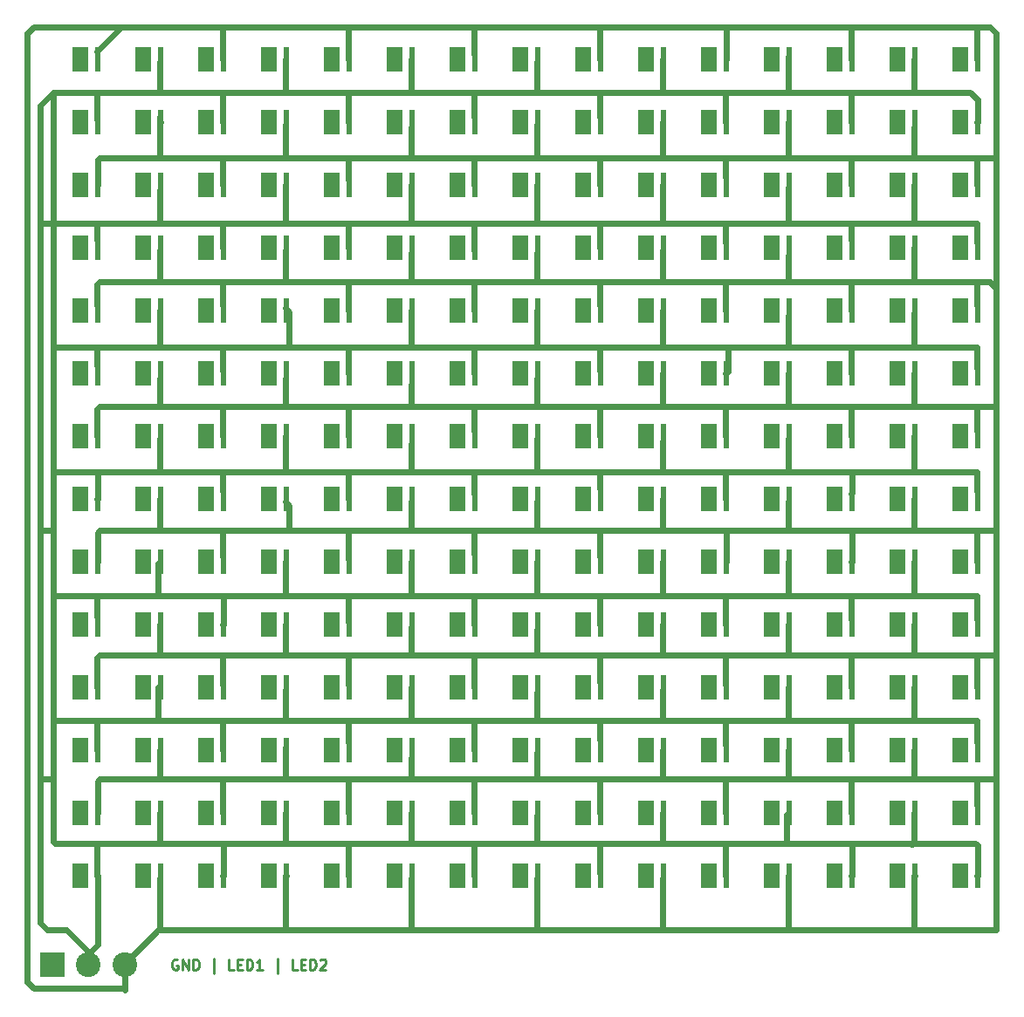
<source format=gbr>
G04 #@! TF.FileFunction,Copper,L1,Top,Signal*
%FSLAX46Y46*%
G04 Gerber Fmt 4.6, Leading zero omitted, Abs format (unit mm)*
G04 Created by KiCad (PCBNEW 4.0.7) date Mon Aug 13 09:36:45 2018*
%MOMM*%
%LPD*%
G01*
G04 APERTURE LIST*
%ADD10C,0.100000*%
%ADD11C,0.250000*%
%ADD12R,2.400000X2.400000*%
%ADD13C,2.400000*%
%ADD14C,0.300000*%
%ADD15R,1.600000X2.400000*%
%ADD16R,0.600000X2.400000*%
%ADD17C,0.600000*%
G04 APERTURE END LIST*
D10*
D11*
X73613238Y-125484000D02*
X73518000Y-125436381D01*
X73375143Y-125436381D01*
X73232285Y-125484000D01*
X73137047Y-125579238D01*
X73089428Y-125674476D01*
X73041809Y-125864952D01*
X73041809Y-126007810D01*
X73089428Y-126198286D01*
X73137047Y-126293524D01*
X73232285Y-126388762D01*
X73375143Y-126436381D01*
X73470381Y-126436381D01*
X73613238Y-126388762D01*
X73660857Y-126341143D01*
X73660857Y-126007810D01*
X73470381Y-126007810D01*
X74089428Y-126436381D02*
X74089428Y-125436381D01*
X74660857Y-126436381D01*
X74660857Y-125436381D01*
X75137047Y-126436381D02*
X75137047Y-125436381D01*
X75375142Y-125436381D01*
X75518000Y-125484000D01*
X75613238Y-125579238D01*
X75660857Y-125674476D01*
X75708476Y-125864952D01*
X75708476Y-126007810D01*
X75660857Y-126198286D01*
X75613238Y-126293524D01*
X75518000Y-126388762D01*
X75375142Y-126436381D01*
X75137047Y-126436381D01*
X77137047Y-126769714D02*
X77137047Y-125341143D01*
X79089429Y-126436381D02*
X78613238Y-126436381D01*
X78613238Y-125436381D01*
X79422762Y-125912571D02*
X79756096Y-125912571D01*
X79898953Y-126436381D02*
X79422762Y-126436381D01*
X79422762Y-125436381D01*
X79898953Y-125436381D01*
X80327524Y-126436381D02*
X80327524Y-125436381D01*
X80565619Y-125436381D01*
X80708477Y-125484000D01*
X80803715Y-125579238D01*
X80851334Y-125674476D01*
X80898953Y-125864952D01*
X80898953Y-126007810D01*
X80851334Y-126198286D01*
X80803715Y-126293524D01*
X80708477Y-126388762D01*
X80565619Y-126436381D01*
X80327524Y-126436381D01*
X81851334Y-126436381D02*
X81279905Y-126436381D01*
X81565619Y-126436381D02*
X81565619Y-125436381D01*
X81470381Y-125579238D01*
X81375143Y-125674476D01*
X81279905Y-125722095D01*
X83279905Y-126769714D02*
X83279905Y-125341143D01*
X85232287Y-126436381D02*
X84756096Y-126436381D01*
X84756096Y-125436381D01*
X85565620Y-125912571D02*
X85898954Y-125912571D01*
X86041811Y-126436381D02*
X85565620Y-126436381D01*
X85565620Y-125436381D01*
X86041811Y-125436381D01*
X86470382Y-126436381D02*
X86470382Y-125436381D01*
X86708477Y-125436381D01*
X86851335Y-125484000D01*
X86946573Y-125579238D01*
X86994192Y-125674476D01*
X87041811Y-125864952D01*
X87041811Y-126007810D01*
X86994192Y-126198286D01*
X86946573Y-126293524D01*
X86851335Y-126388762D01*
X86708477Y-126436381D01*
X86470382Y-126436381D01*
X87422763Y-125531619D02*
X87470382Y-125484000D01*
X87565620Y-125436381D01*
X87803716Y-125436381D01*
X87898954Y-125484000D01*
X87946573Y-125531619D01*
X87994192Y-125626857D01*
X87994192Y-125722095D01*
X87946573Y-125864952D01*
X87375144Y-126436381D01*
X87994192Y-126436381D01*
D12*
X61468000Y-125984000D03*
D13*
X64968000Y-125984000D03*
X68468000Y-125984000D03*
D14*
X151130000Y-118389400D03*
X151130000Y-116306600D03*
X150114000Y-118389400D03*
X150114000Y-116306600D03*
X151130000Y-118110000D03*
X151130000Y-117856000D03*
X151130000Y-117602000D03*
X151130000Y-117348000D03*
X151130000Y-116840000D03*
X151130000Y-117094000D03*
X151130000Y-116586000D03*
X150114000Y-118110000D03*
X150114000Y-117602000D03*
X150114000Y-117094000D03*
X150114000Y-117348000D03*
X150114000Y-116840000D03*
X150114000Y-116586000D03*
X150114000Y-117856000D03*
D15*
X149547000Y-117348000D03*
D16*
X151197000Y-117348000D03*
D14*
X71882000Y-39141400D03*
X71882000Y-37058600D03*
X70866000Y-39141400D03*
X70866000Y-37058600D03*
X71882000Y-38862000D03*
X71882000Y-38608000D03*
X71882000Y-38354000D03*
X71882000Y-38100000D03*
X71882000Y-37592000D03*
X71882000Y-37846000D03*
X71882000Y-37338000D03*
X70866000Y-38862000D03*
X70866000Y-38354000D03*
X70866000Y-37846000D03*
X70866000Y-38100000D03*
X70866000Y-37592000D03*
X70866000Y-37338000D03*
X70866000Y-38608000D03*
D15*
X70299000Y-38100000D03*
D16*
X71949000Y-38100000D03*
D14*
X84074000Y-39141400D03*
X84074000Y-37058600D03*
X83058000Y-39141400D03*
X83058000Y-37058600D03*
X84074000Y-38862000D03*
X84074000Y-38608000D03*
X84074000Y-38354000D03*
X84074000Y-38100000D03*
X84074000Y-37592000D03*
X84074000Y-37846000D03*
X84074000Y-37338000D03*
X83058000Y-38862000D03*
X83058000Y-38354000D03*
X83058000Y-37846000D03*
X83058000Y-38100000D03*
X83058000Y-37592000D03*
X83058000Y-37338000D03*
X83058000Y-38608000D03*
D15*
X82491000Y-38100000D03*
D16*
X84141000Y-38100000D03*
D14*
X96266000Y-39141400D03*
X96266000Y-37058600D03*
X95250000Y-39141400D03*
X95250000Y-37058600D03*
X96266000Y-38862000D03*
X96266000Y-38608000D03*
X96266000Y-38354000D03*
X96266000Y-38100000D03*
X96266000Y-37592000D03*
X96266000Y-37846000D03*
X96266000Y-37338000D03*
X95250000Y-38862000D03*
X95250000Y-38354000D03*
X95250000Y-37846000D03*
X95250000Y-38100000D03*
X95250000Y-37592000D03*
X95250000Y-37338000D03*
X95250000Y-38608000D03*
D15*
X94683000Y-38100000D03*
D16*
X96333000Y-38100000D03*
D14*
X108458000Y-39141400D03*
X108458000Y-37058600D03*
X107442000Y-39141400D03*
X107442000Y-37058600D03*
X108458000Y-38862000D03*
X108458000Y-38608000D03*
X108458000Y-38354000D03*
X108458000Y-38100000D03*
X108458000Y-37592000D03*
X108458000Y-37846000D03*
X108458000Y-37338000D03*
X107442000Y-38862000D03*
X107442000Y-38354000D03*
X107442000Y-37846000D03*
X107442000Y-38100000D03*
X107442000Y-37592000D03*
X107442000Y-37338000D03*
X107442000Y-38608000D03*
D15*
X106875000Y-38100000D03*
D16*
X108525000Y-38100000D03*
D14*
X120650000Y-39141400D03*
X120650000Y-37058600D03*
X119634000Y-39141400D03*
X119634000Y-37058600D03*
X120650000Y-38862000D03*
X120650000Y-38608000D03*
X120650000Y-38354000D03*
X120650000Y-38100000D03*
X120650000Y-37592000D03*
X120650000Y-37846000D03*
X120650000Y-37338000D03*
X119634000Y-38862000D03*
X119634000Y-38354000D03*
X119634000Y-37846000D03*
X119634000Y-38100000D03*
X119634000Y-37592000D03*
X119634000Y-37338000D03*
X119634000Y-38608000D03*
D15*
X119067000Y-38100000D03*
D16*
X120717000Y-38100000D03*
D14*
X132842000Y-39141400D03*
X132842000Y-37058600D03*
X131826000Y-39141400D03*
X131826000Y-37058600D03*
X132842000Y-38862000D03*
X132842000Y-38608000D03*
X132842000Y-38354000D03*
X132842000Y-38100000D03*
X132842000Y-37592000D03*
X132842000Y-37846000D03*
X132842000Y-37338000D03*
X131826000Y-38862000D03*
X131826000Y-38354000D03*
X131826000Y-37846000D03*
X131826000Y-38100000D03*
X131826000Y-37592000D03*
X131826000Y-37338000D03*
X131826000Y-38608000D03*
D15*
X131259000Y-38100000D03*
D16*
X132909000Y-38100000D03*
D14*
X145034000Y-39141400D03*
X145034000Y-37058600D03*
X144018000Y-39141400D03*
X144018000Y-37058600D03*
X145034000Y-38862000D03*
X145034000Y-38608000D03*
X145034000Y-38354000D03*
X145034000Y-38100000D03*
X145034000Y-37592000D03*
X145034000Y-37846000D03*
X145034000Y-37338000D03*
X144018000Y-38862000D03*
X144018000Y-38354000D03*
X144018000Y-37846000D03*
X144018000Y-38100000D03*
X144018000Y-37592000D03*
X144018000Y-37338000D03*
X144018000Y-38608000D03*
D15*
X143451000Y-38100000D03*
D16*
X145101000Y-38100000D03*
D14*
X71882000Y-51333400D03*
X71882000Y-49250600D03*
X70866000Y-51333400D03*
X70866000Y-49250600D03*
X71882000Y-51054000D03*
X71882000Y-50800000D03*
X71882000Y-50546000D03*
X71882000Y-50292000D03*
X71882000Y-49784000D03*
X71882000Y-50038000D03*
X71882000Y-49530000D03*
X70866000Y-51054000D03*
X70866000Y-50546000D03*
X70866000Y-50038000D03*
X70866000Y-50292000D03*
X70866000Y-49784000D03*
X70866000Y-49530000D03*
X70866000Y-50800000D03*
D15*
X70299000Y-50292000D03*
D16*
X71949000Y-50292000D03*
D14*
X84074000Y-51333400D03*
X84074000Y-49250600D03*
X83058000Y-51333400D03*
X83058000Y-49250600D03*
X84074000Y-51054000D03*
X84074000Y-50800000D03*
X84074000Y-50546000D03*
X84074000Y-50292000D03*
X84074000Y-49784000D03*
X84074000Y-50038000D03*
X84074000Y-49530000D03*
X83058000Y-51054000D03*
X83058000Y-50546000D03*
X83058000Y-50038000D03*
X83058000Y-50292000D03*
X83058000Y-49784000D03*
X83058000Y-49530000D03*
X83058000Y-50800000D03*
D15*
X82491000Y-50292000D03*
D16*
X84141000Y-50292000D03*
D14*
X96266000Y-51333400D03*
X96266000Y-49250600D03*
X95250000Y-51333400D03*
X95250000Y-49250600D03*
X96266000Y-51054000D03*
X96266000Y-50800000D03*
X96266000Y-50546000D03*
X96266000Y-50292000D03*
X96266000Y-49784000D03*
X96266000Y-50038000D03*
X96266000Y-49530000D03*
X95250000Y-51054000D03*
X95250000Y-50546000D03*
X95250000Y-50038000D03*
X95250000Y-50292000D03*
X95250000Y-49784000D03*
X95250000Y-49530000D03*
X95250000Y-50800000D03*
D15*
X94683000Y-50292000D03*
D16*
X96333000Y-50292000D03*
D14*
X108458000Y-51333400D03*
X108458000Y-49250600D03*
X107442000Y-51333400D03*
X107442000Y-49250600D03*
X108458000Y-51054000D03*
X108458000Y-50800000D03*
X108458000Y-50546000D03*
X108458000Y-50292000D03*
X108458000Y-49784000D03*
X108458000Y-50038000D03*
X108458000Y-49530000D03*
X107442000Y-51054000D03*
X107442000Y-50546000D03*
X107442000Y-50038000D03*
X107442000Y-50292000D03*
X107442000Y-49784000D03*
X107442000Y-49530000D03*
X107442000Y-50800000D03*
D15*
X106875000Y-50292000D03*
D16*
X108525000Y-50292000D03*
D14*
X120650000Y-51333400D03*
X120650000Y-49250600D03*
X119634000Y-51333400D03*
X119634000Y-49250600D03*
X120650000Y-51054000D03*
X120650000Y-50800000D03*
X120650000Y-50546000D03*
X120650000Y-50292000D03*
X120650000Y-49784000D03*
X120650000Y-50038000D03*
X120650000Y-49530000D03*
X119634000Y-51054000D03*
X119634000Y-50546000D03*
X119634000Y-50038000D03*
X119634000Y-50292000D03*
X119634000Y-49784000D03*
X119634000Y-49530000D03*
X119634000Y-50800000D03*
D15*
X119067000Y-50292000D03*
D16*
X120717000Y-50292000D03*
D14*
X132842000Y-51333400D03*
X132842000Y-49250600D03*
X131826000Y-51333400D03*
X131826000Y-49250600D03*
X132842000Y-51054000D03*
X132842000Y-50800000D03*
X132842000Y-50546000D03*
X132842000Y-50292000D03*
X132842000Y-49784000D03*
X132842000Y-50038000D03*
X132842000Y-49530000D03*
X131826000Y-51054000D03*
X131826000Y-50546000D03*
X131826000Y-50038000D03*
X131826000Y-50292000D03*
X131826000Y-49784000D03*
X131826000Y-49530000D03*
X131826000Y-50800000D03*
D15*
X131259000Y-50292000D03*
D16*
X132909000Y-50292000D03*
D14*
X145034000Y-51333400D03*
X145034000Y-49250600D03*
X144018000Y-51333400D03*
X144018000Y-49250600D03*
X145034000Y-51054000D03*
X145034000Y-50800000D03*
X145034000Y-50546000D03*
X145034000Y-50292000D03*
X145034000Y-49784000D03*
X145034000Y-50038000D03*
X145034000Y-49530000D03*
X144018000Y-51054000D03*
X144018000Y-50546000D03*
X144018000Y-50038000D03*
X144018000Y-50292000D03*
X144018000Y-49784000D03*
X144018000Y-49530000D03*
X144018000Y-50800000D03*
D15*
X143451000Y-50292000D03*
D16*
X145101000Y-50292000D03*
D14*
X65786000Y-45237400D03*
X65786000Y-43154600D03*
X64770000Y-45237400D03*
X64770000Y-43154600D03*
X65786000Y-44958000D03*
X65786000Y-44704000D03*
X65786000Y-44450000D03*
X65786000Y-44196000D03*
X65786000Y-43688000D03*
X65786000Y-43942000D03*
X65786000Y-43434000D03*
X64770000Y-44958000D03*
X64770000Y-44450000D03*
X64770000Y-43942000D03*
X64770000Y-44196000D03*
X64770000Y-43688000D03*
X64770000Y-43434000D03*
X64770000Y-44704000D03*
D15*
X64203000Y-44196000D03*
D16*
X65853000Y-44196000D03*
D14*
X77978000Y-45237400D03*
X77978000Y-43154600D03*
X76962000Y-45237400D03*
X76962000Y-43154600D03*
X77978000Y-44958000D03*
X77978000Y-44704000D03*
X77978000Y-44450000D03*
X77978000Y-44196000D03*
X77978000Y-43688000D03*
X77978000Y-43942000D03*
X77978000Y-43434000D03*
X76962000Y-44958000D03*
X76962000Y-44450000D03*
X76962000Y-43942000D03*
X76962000Y-44196000D03*
X76962000Y-43688000D03*
X76962000Y-43434000D03*
X76962000Y-44704000D03*
D15*
X76395000Y-44196000D03*
D16*
X78045000Y-44196000D03*
D14*
X90170000Y-45237400D03*
X90170000Y-43154600D03*
X89154000Y-45237400D03*
X89154000Y-43154600D03*
X90170000Y-44958000D03*
X90170000Y-44704000D03*
X90170000Y-44450000D03*
X90170000Y-44196000D03*
X90170000Y-43688000D03*
X90170000Y-43942000D03*
X90170000Y-43434000D03*
X89154000Y-44958000D03*
X89154000Y-44450000D03*
X89154000Y-43942000D03*
X89154000Y-44196000D03*
X89154000Y-43688000D03*
X89154000Y-43434000D03*
X89154000Y-44704000D03*
D15*
X88587000Y-44196000D03*
D16*
X90237000Y-44196000D03*
D14*
X102362000Y-45237400D03*
X102362000Y-43154600D03*
X101346000Y-45237400D03*
X101346000Y-43154600D03*
X102362000Y-44958000D03*
X102362000Y-44704000D03*
X102362000Y-44450000D03*
X102362000Y-44196000D03*
X102362000Y-43688000D03*
X102362000Y-43942000D03*
X102362000Y-43434000D03*
X101346000Y-44958000D03*
X101346000Y-44450000D03*
X101346000Y-43942000D03*
X101346000Y-44196000D03*
X101346000Y-43688000D03*
X101346000Y-43434000D03*
X101346000Y-44704000D03*
D15*
X100779000Y-44196000D03*
D16*
X102429000Y-44196000D03*
D14*
X114554000Y-45237400D03*
X114554000Y-43154600D03*
X113538000Y-45237400D03*
X113538000Y-43154600D03*
X114554000Y-44958000D03*
X114554000Y-44704000D03*
X114554000Y-44450000D03*
X114554000Y-44196000D03*
X114554000Y-43688000D03*
X114554000Y-43942000D03*
X114554000Y-43434000D03*
X113538000Y-44958000D03*
X113538000Y-44450000D03*
X113538000Y-43942000D03*
X113538000Y-44196000D03*
X113538000Y-43688000D03*
X113538000Y-43434000D03*
X113538000Y-44704000D03*
D15*
X112971000Y-44196000D03*
D16*
X114621000Y-44196000D03*
D14*
X126746000Y-45237400D03*
X126746000Y-43154600D03*
X125730000Y-45237400D03*
X125730000Y-43154600D03*
X126746000Y-44958000D03*
X126746000Y-44704000D03*
X126746000Y-44450000D03*
X126746000Y-44196000D03*
X126746000Y-43688000D03*
X126746000Y-43942000D03*
X126746000Y-43434000D03*
X125730000Y-44958000D03*
X125730000Y-44450000D03*
X125730000Y-43942000D03*
X125730000Y-44196000D03*
X125730000Y-43688000D03*
X125730000Y-43434000D03*
X125730000Y-44704000D03*
D15*
X125163000Y-44196000D03*
D16*
X126813000Y-44196000D03*
D14*
X138938000Y-45237400D03*
X138938000Y-43154600D03*
X137922000Y-45237400D03*
X137922000Y-43154600D03*
X138938000Y-44958000D03*
X138938000Y-44704000D03*
X138938000Y-44450000D03*
X138938000Y-44196000D03*
X138938000Y-43688000D03*
X138938000Y-43942000D03*
X138938000Y-43434000D03*
X137922000Y-44958000D03*
X137922000Y-44450000D03*
X137922000Y-43942000D03*
X137922000Y-44196000D03*
X137922000Y-43688000D03*
X137922000Y-43434000D03*
X137922000Y-44704000D03*
D15*
X137355000Y-44196000D03*
D16*
X139005000Y-44196000D03*
D14*
X151130000Y-45237400D03*
X151130000Y-43154600D03*
X150114000Y-45237400D03*
X150114000Y-43154600D03*
X151130000Y-44958000D03*
X151130000Y-44704000D03*
X151130000Y-44450000D03*
X151130000Y-44196000D03*
X151130000Y-43688000D03*
X151130000Y-43942000D03*
X151130000Y-43434000D03*
X150114000Y-44958000D03*
X150114000Y-44450000D03*
X150114000Y-43942000D03*
X150114000Y-44196000D03*
X150114000Y-43688000D03*
X150114000Y-43434000D03*
X150114000Y-44704000D03*
D15*
X149547000Y-44196000D03*
D16*
X151197000Y-44196000D03*
D14*
X65786000Y-57429400D03*
X65786000Y-55346600D03*
X64770000Y-57429400D03*
X64770000Y-55346600D03*
X65786000Y-57150000D03*
X65786000Y-56896000D03*
X65786000Y-56642000D03*
X65786000Y-56388000D03*
X65786000Y-55880000D03*
X65786000Y-56134000D03*
X65786000Y-55626000D03*
X64770000Y-57150000D03*
X64770000Y-56642000D03*
X64770000Y-56134000D03*
X64770000Y-56388000D03*
X64770000Y-55880000D03*
X64770000Y-55626000D03*
X64770000Y-56896000D03*
D15*
X64203000Y-56388000D03*
D16*
X65853000Y-56388000D03*
D14*
X77978000Y-57429400D03*
X77978000Y-55346600D03*
X76962000Y-57429400D03*
X76962000Y-55346600D03*
X77978000Y-57150000D03*
X77978000Y-56896000D03*
X77978000Y-56642000D03*
X77978000Y-56388000D03*
X77978000Y-55880000D03*
X77978000Y-56134000D03*
X77978000Y-55626000D03*
X76962000Y-57150000D03*
X76962000Y-56642000D03*
X76962000Y-56134000D03*
X76962000Y-56388000D03*
X76962000Y-55880000D03*
X76962000Y-55626000D03*
X76962000Y-56896000D03*
D15*
X76395000Y-56388000D03*
D16*
X78045000Y-56388000D03*
D14*
X90170000Y-57429400D03*
X90170000Y-55346600D03*
X89154000Y-57429400D03*
X89154000Y-55346600D03*
X90170000Y-57150000D03*
X90170000Y-56896000D03*
X90170000Y-56642000D03*
X90170000Y-56388000D03*
X90170000Y-55880000D03*
X90170000Y-56134000D03*
X90170000Y-55626000D03*
X89154000Y-57150000D03*
X89154000Y-56642000D03*
X89154000Y-56134000D03*
X89154000Y-56388000D03*
X89154000Y-55880000D03*
X89154000Y-55626000D03*
X89154000Y-56896000D03*
D15*
X88587000Y-56388000D03*
D16*
X90237000Y-56388000D03*
D14*
X102362000Y-57429400D03*
X102362000Y-55346600D03*
X101346000Y-57429400D03*
X101346000Y-55346600D03*
X102362000Y-57150000D03*
X102362000Y-56896000D03*
X102362000Y-56642000D03*
X102362000Y-56388000D03*
X102362000Y-55880000D03*
X102362000Y-56134000D03*
X102362000Y-55626000D03*
X101346000Y-57150000D03*
X101346000Y-56642000D03*
X101346000Y-56134000D03*
X101346000Y-56388000D03*
X101346000Y-55880000D03*
X101346000Y-55626000D03*
X101346000Y-56896000D03*
D15*
X100779000Y-56388000D03*
D16*
X102429000Y-56388000D03*
D14*
X114554000Y-57429400D03*
X114554000Y-55346600D03*
X113538000Y-57429400D03*
X113538000Y-55346600D03*
X114554000Y-57150000D03*
X114554000Y-56896000D03*
X114554000Y-56642000D03*
X114554000Y-56388000D03*
X114554000Y-55880000D03*
X114554000Y-56134000D03*
X114554000Y-55626000D03*
X113538000Y-57150000D03*
X113538000Y-56642000D03*
X113538000Y-56134000D03*
X113538000Y-56388000D03*
X113538000Y-55880000D03*
X113538000Y-55626000D03*
X113538000Y-56896000D03*
D15*
X112971000Y-56388000D03*
D16*
X114621000Y-56388000D03*
D14*
X126746000Y-57429400D03*
X126746000Y-55346600D03*
X125730000Y-57429400D03*
X125730000Y-55346600D03*
X126746000Y-57150000D03*
X126746000Y-56896000D03*
X126746000Y-56642000D03*
X126746000Y-56388000D03*
X126746000Y-55880000D03*
X126746000Y-56134000D03*
X126746000Y-55626000D03*
X125730000Y-57150000D03*
X125730000Y-56642000D03*
X125730000Y-56134000D03*
X125730000Y-56388000D03*
X125730000Y-55880000D03*
X125730000Y-55626000D03*
X125730000Y-56896000D03*
D15*
X125163000Y-56388000D03*
D16*
X126813000Y-56388000D03*
D14*
X138938000Y-57429400D03*
X138938000Y-55346600D03*
X137922000Y-57429400D03*
X137922000Y-55346600D03*
X138938000Y-57150000D03*
X138938000Y-56896000D03*
X138938000Y-56642000D03*
X138938000Y-56388000D03*
X138938000Y-55880000D03*
X138938000Y-56134000D03*
X138938000Y-55626000D03*
X137922000Y-57150000D03*
X137922000Y-56642000D03*
X137922000Y-56134000D03*
X137922000Y-56388000D03*
X137922000Y-55880000D03*
X137922000Y-55626000D03*
X137922000Y-56896000D03*
D15*
X137355000Y-56388000D03*
D16*
X139005000Y-56388000D03*
D14*
X151130000Y-57429400D03*
X151130000Y-55346600D03*
X150114000Y-57429400D03*
X150114000Y-55346600D03*
X151130000Y-57150000D03*
X151130000Y-56896000D03*
X151130000Y-56642000D03*
X151130000Y-56388000D03*
X151130000Y-55880000D03*
X151130000Y-56134000D03*
X151130000Y-55626000D03*
X150114000Y-57150000D03*
X150114000Y-56642000D03*
X150114000Y-56134000D03*
X150114000Y-56388000D03*
X150114000Y-55880000D03*
X150114000Y-55626000D03*
X150114000Y-56896000D03*
D15*
X149547000Y-56388000D03*
D16*
X151197000Y-56388000D03*
D14*
X71882000Y-63525400D03*
X71882000Y-61442600D03*
X70866000Y-63525400D03*
X70866000Y-61442600D03*
X71882000Y-63246000D03*
X71882000Y-62992000D03*
X71882000Y-62738000D03*
X71882000Y-62484000D03*
X71882000Y-61976000D03*
X71882000Y-62230000D03*
X71882000Y-61722000D03*
X70866000Y-63246000D03*
X70866000Y-62738000D03*
X70866000Y-62230000D03*
X70866000Y-62484000D03*
X70866000Y-61976000D03*
X70866000Y-61722000D03*
X70866000Y-62992000D03*
D15*
X70299000Y-62484000D03*
D16*
X71949000Y-62484000D03*
D14*
X84074000Y-63525400D03*
X84074000Y-61442600D03*
X83058000Y-63525400D03*
X83058000Y-61442600D03*
X84074000Y-63246000D03*
X84074000Y-62992000D03*
X84074000Y-62738000D03*
X84074000Y-62484000D03*
X84074000Y-61976000D03*
X84074000Y-62230000D03*
X84074000Y-61722000D03*
X83058000Y-63246000D03*
X83058000Y-62738000D03*
X83058000Y-62230000D03*
X83058000Y-62484000D03*
X83058000Y-61976000D03*
X83058000Y-61722000D03*
X83058000Y-62992000D03*
D15*
X82491000Y-62484000D03*
D16*
X84141000Y-62484000D03*
D14*
X96266000Y-63525400D03*
X96266000Y-61442600D03*
X95250000Y-63525400D03*
X95250000Y-61442600D03*
X96266000Y-63246000D03*
X96266000Y-62992000D03*
X96266000Y-62738000D03*
X96266000Y-62484000D03*
X96266000Y-61976000D03*
X96266000Y-62230000D03*
X96266000Y-61722000D03*
X95250000Y-63246000D03*
X95250000Y-62738000D03*
X95250000Y-62230000D03*
X95250000Y-62484000D03*
X95250000Y-61976000D03*
X95250000Y-61722000D03*
X95250000Y-62992000D03*
D15*
X94683000Y-62484000D03*
D16*
X96333000Y-62484000D03*
D14*
X108458000Y-63525400D03*
X108458000Y-61442600D03*
X107442000Y-63525400D03*
X107442000Y-61442600D03*
X108458000Y-63246000D03*
X108458000Y-62992000D03*
X108458000Y-62738000D03*
X108458000Y-62484000D03*
X108458000Y-61976000D03*
X108458000Y-62230000D03*
X108458000Y-61722000D03*
X107442000Y-63246000D03*
X107442000Y-62738000D03*
X107442000Y-62230000D03*
X107442000Y-62484000D03*
X107442000Y-61976000D03*
X107442000Y-61722000D03*
X107442000Y-62992000D03*
D15*
X106875000Y-62484000D03*
D16*
X108525000Y-62484000D03*
D14*
X120650000Y-63525400D03*
X120650000Y-61442600D03*
X119634000Y-63525400D03*
X119634000Y-61442600D03*
X120650000Y-63246000D03*
X120650000Y-62992000D03*
X120650000Y-62738000D03*
X120650000Y-62484000D03*
X120650000Y-61976000D03*
X120650000Y-62230000D03*
X120650000Y-61722000D03*
X119634000Y-63246000D03*
X119634000Y-62738000D03*
X119634000Y-62230000D03*
X119634000Y-62484000D03*
X119634000Y-61976000D03*
X119634000Y-61722000D03*
X119634000Y-62992000D03*
D15*
X119067000Y-62484000D03*
D16*
X120717000Y-62484000D03*
D14*
X132842000Y-63525400D03*
X132842000Y-61442600D03*
X131826000Y-63525400D03*
X131826000Y-61442600D03*
X132842000Y-63246000D03*
X132842000Y-62992000D03*
X132842000Y-62738000D03*
X132842000Y-62484000D03*
X132842000Y-61976000D03*
X132842000Y-62230000D03*
X132842000Y-61722000D03*
X131826000Y-63246000D03*
X131826000Y-62738000D03*
X131826000Y-62230000D03*
X131826000Y-62484000D03*
X131826000Y-61976000D03*
X131826000Y-61722000D03*
X131826000Y-62992000D03*
D15*
X131259000Y-62484000D03*
D16*
X132909000Y-62484000D03*
D14*
X145034000Y-63525400D03*
X145034000Y-61442600D03*
X144018000Y-63525400D03*
X144018000Y-61442600D03*
X145034000Y-63246000D03*
X145034000Y-62992000D03*
X145034000Y-62738000D03*
X145034000Y-62484000D03*
X145034000Y-61976000D03*
X145034000Y-62230000D03*
X145034000Y-61722000D03*
X144018000Y-63246000D03*
X144018000Y-62738000D03*
X144018000Y-62230000D03*
X144018000Y-62484000D03*
X144018000Y-61976000D03*
X144018000Y-61722000D03*
X144018000Y-62992000D03*
D15*
X143451000Y-62484000D03*
D16*
X145101000Y-62484000D03*
D14*
X65786000Y-69621400D03*
X65786000Y-67538600D03*
X64770000Y-69621400D03*
X64770000Y-67538600D03*
X65786000Y-69342000D03*
X65786000Y-69088000D03*
X65786000Y-68834000D03*
X65786000Y-68580000D03*
X65786000Y-68072000D03*
X65786000Y-68326000D03*
X65786000Y-67818000D03*
X64770000Y-69342000D03*
X64770000Y-68834000D03*
X64770000Y-68326000D03*
X64770000Y-68580000D03*
X64770000Y-68072000D03*
X64770000Y-67818000D03*
X64770000Y-69088000D03*
D15*
X64203000Y-68580000D03*
D16*
X65853000Y-68580000D03*
D14*
X77978000Y-69621400D03*
X77978000Y-67538600D03*
X76962000Y-69621400D03*
X76962000Y-67538600D03*
X77978000Y-69342000D03*
X77978000Y-69088000D03*
X77978000Y-68834000D03*
X77978000Y-68580000D03*
X77978000Y-68072000D03*
X77978000Y-68326000D03*
X77978000Y-67818000D03*
X76962000Y-69342000D03*
X76962000Y-68834000D03*
X76962000Y-68326000D03*
X76962000Y-68580000D03*
X76962000Y-68072000D03*
X76962000Y-67818000D03*
X76962000Y-69088000D03*
D15*
X76395000Y-68580000D03*
D16*
X78045000Y-68580000D03*
D14*
X90170000Y-69621400D03*
X90170000Y-67538600D03*
X89154000Y-69621400D03*
X89154000Y-67538600D03*
X90170000Y-69342000D03*
X90170000Y-69088000D03*
X90170000Y-68834000D03*
X90170000Y-68580000D03*
X90170000Y-68072000D03*
X90170000Y-68326000D03*
X90170000Y-67818000D03*
X89154000Y-69342000D03*
X89154000Y-68834000D03*
X89154000Y-68326000D03*
X89154000Y-68580000D03*
X89154000Y-68072000D03*
X89154000Y-67818000D03*
X89154000Y-69088000D03*
D15*
X88587000Y-68580000D03*
D16*
X90237000Y-68580000D03*
D14*
X102362000Y-69621400D03*
X102362000Y-67538600D03*
X101346000Y-69621400D03*
X101346000Y-67538600D03*
X102362000Y-69342000D03*
X102362000Y-69088000D03*
X102362000Y-68834000D03*
X102362000Y-68580000D03*
X102362000Y-68072000D03*
X102362000Y-68326000D03*
X102362000Y-67818000D03*
X101346000Y-69342000D03*
X101346000Y-68834000D03*
X101346000Y-68326000D03*
X101346000Y-68580000D03*
X101346000Y-68072000D03*
X101346000Y-67818000D03*
X101346000Y-69088000D03*
D15*
X100779000Y-68580000D03*
D16*
X102429000Y-68580000D03*
D14*
X114554000Y-69621400D03*
X114554000Y-67538600D03*
X113538000Y-69621400D03*
X113538000Y-67538600D03*
X114554000Y-69342000D03*
X114554000Y-69088000D03*
X114554000Y-68834000D03*
X114554000Y-68580000D03*
X114554000Y-68072000D03*
X114554000Y-68326000D03*
X114554000Y-67818000D03*
X113538000Y-69342000D03*
X113538000Y-68834000D03*
X113538000Y-68326000D03*
X113538000Y-68580000D03*
X113538000Y-68072000D03*
X113538000Y-67818000D03*
X113538000Y-69088000D03*
D15*
X112971000Y-68580000D03*
D16*
X114621000Y-68580000D03*
D14*
X126746000Y-69621400D03*
X126746000Y-67538600D03*
X125730000Y-69621400D03*
X125730000Y-67538600D03*
X126746000Y-69342000D03*
X126746000Y-69088000D03*
X126746000Y-68834000D03*
X126746000Y-68580000D03*
X126746000Y-68072000D03*
X126746000Y-68326000D03*
X126746000Y-67818000D03*
X125730000Y-69342000D03*
X125730000Y-68834000D03*
X125730000Y-68326000D03*
X125730000Y-68580000D03*
X125730000Y-68072000D03*
X125730000Y-67818000D03*
X125730000Y-69088000D03*
D15*
X125163000Y-68580000D03*
D16*
X126813000Y-68580000D03*
D14*
X138938000Y-69621400D03*
X138938000Y-67538600D03*
X137922000Y-69621400D03*
X137922000Y-67538600D03*
X138938000Y-69342000D03*
X138938000Y-69088000D03*
X138938000Y-68834000D03*
X138938000Y-68580000D03*
X138938000Y-68072000D03*
X138938000Y-68326000D03*
X138938000Y-67818000D03*
X137922000Y-69342000D03*
X137922000Y-68834000D03*
X137922000Y-68326000D03*
X137922000Y-68580000D03*
X137922000Y-68072000D03*
X137922000Y-67818000D03*
X137922000Y-69088000D03*
D15*
X137355000Y-68580000D03*
D16*
X139005000Y-68580000D03*
D14*
X151130000Y-69621400D03*
X151130000Y-67538600D03*
X150114000Y-69621400D03*
X150114000Y-67538600D03*
X151130000Y-69342000D03*
X151130000Y-69088000D03*
X151130000Y-68834000D03*
X151130000Y-68580000D03*
X151130000Y-68072000D03*
X151130000Y-68326000D03*
X151130000Y-67818000D03*
X150114000Y-69342000D03*
X150114000Y-68834000D03*
X150114000Y-68326000D03*
X150114000Y-68580000D03*
X150114000Y-68072000D03*
X150114000Y-67818000D03*
X150114000Y-69088000D03*
D15*
X149547000Y-68580000D03*
D16*
X151197000Y-68580000D03*
D14*
X71882000Y-75717400D03*
X71882000Y-73634600D03*
X70866000Y-75717400D03*
X70866000Y-73634600D03*
X71882000Y-75438000D03*
X71882000Y-75184000D03*
X71882000Y-74930000D03*
X71882000Y-74676000D03*
X71882000Y-74168000D03*
X71882000Y-74422000D03*
X71882000Y-73914000D03*
X70866000Y-75438000D03*
X70866000Y-74930000D03*
X70866000Y-74422000D03*
X70866000Y-74676000D03*
X70866000Y-74168000D03*
X70866000Y-73914000D03*
X70866000Y-75184000D03*
D15*
X70299000Y-74676000D03*
D16*
X71949000Y-74676000D03*
D14*
X84074000Y-75717400D03*
X84074000Y-73634600D03*
X83058000Y-75717400D03*
X83058000Y-73634600D03*
X84074000Y-75438000D03*
X84074000Y-75184000D03*
X84074000Y-74930000D03*
X84074000Y-74676000D03*
X84074000Y-74168000D03*
X84074000Y-74422000D03*
X84074000Y-73914000D03*
X83058000Y-75438000D03*
X83058000Y-74930000D03*
X83058000Y-74422000D03*
X83058000Y-74676000D03*
X83058000Y-74168000D03*
X83058000Y-73914000D03*
X83058000Y-75184000D03*
D15*
X82491000Y-74676000D03*
D16*
X84141000Y-74676000D03*
D14*
X96266000Y-75717400D03*
X96266000Y-73634600D03*
X95250000Y-75717400D03*
X95250000Y-73634600D03*
X96266000Y-75438000D03*
X96266000Y-75184000D03*
X96266000Y-74930000D03*
X96266000Y-74676000D03*
X96266000Y-74168000D03*
X96266000Y-74422000D03*
X96266000Y-73914000D03*
X95250000Y-75438000D03*
X95250000Y-74930000D03*
X95250000Y-74422000D03*
X95250000Y-74676000D03*
X95250000Y-74168000D03*
X95250000Y-73914000D03*
X95250000Y-75184000D03*
D15*
X94683000Y-74676000D03*
D16*
X96333000Y-74676000D03*
D14*
X108458000Y-75717400D03*
X108458000Y-73634600D03*
X107442000Y-75717400D03*
X107442000Y-73634600D03*
X108458000Y-75438000D03*
X108458000Y-75184000D03*
X108458000Y-74930000D03*
X108458000Y-74676000D03*
X108458000Y-74168000D03*
X108458000Y-74422000D03*
X108458000Y-73914000D03*
X107442000Y-75438000D03*
X107442000Y-74930000D03*
X107442000Y-74422000D03*
X107442000Y-74676000D03*
X107442000Y-74168000D03*
X107442000Y-73914000D03*
X107442000Y-75184000D03*
D15*
X106875000Y-74676000D03*
D16*
X108525000Y-74676000D03*
D14*
X120650000Y-75717400D03*
X120650000Y-73634600D03*
X119634000Y-75717400D03*
X119634000Y-73634600D03*
X120650000Y-75438000D03*
X120650000Y-75184000D03*
X120650000Y-74930000D03*
X120650000Y-74676000D03*
X120650000Y-74168000D03*
X120650000Y-74422000D03*
X120650000Y-73914000D03*
X119634000Y-75438000D03*
X119634000Y-74930000D03*
X119634000Y-74422000D03*
X119634000Y-74676000D03*
X119634000Y-74168000D03*
X119634000Y-73914000D03*
X119634000Y-75184000D03*
D15*
X119067000Y-74676000D03*
D16*
X120717000Y-74676000D03*
D14*
X132842000Y-75717400D03*
X132842000Y-73634600D03*
X131826000Y-75717400D03*
X131826000Y-73634600D03*
X132842000Y-75438000D03*
X132842000Y-75184000D03*
X132842000Y-74930000D03*
X132842000Y-74676000D03*
X132842000Y-74168000D03*
X132842000Y-74422000D03*
X132842000Y-73914000D03*
X131826000Y-75438000D03*
X131826000Y-74930000D03*
X131826000Y-74422000D03*
X131826000Y-74676000D03*
X131826000Y-74168000D03*
X131826000Y-73914000D03*
X131826000Y-75184000D03*
D15*
X131259000Y-74676000D03*
D16*
X132909000Y-74676000D03*
D14*
X145034000Y-75717400D03*
X145034000Y-73634600D03*
X144018000Y-75717400D03*
X144018000Y-73634600D03*
X145034000Y-75438000D03*
X145034000Y-75184000D03*
X145034000Y-74930000D03*
X145034000Y-74676000D03*
X145034000Y-74168000D03*
X145034000Y-74422000D03*
X145034000Y-73914000D03*
X144018000Y-75438000D03*
X144018000Y-74930000D03*
X144018000Y-74422000D03*
X144018000Y-74676000D03*
X144018000Y-74168000D03*
X144018000Y-73914000D03*
X144018000Y-75184000D03*
D15*
X143451000Y-74676000D03*
D16*
X145101000Y-74676000D03*
D14*
X65786000Y-81813400D03*
X65786000Y-79730600D03*
X64770000Y-81813400D03*
X64770000Y-79730600D03*
X65786000Y-81534000D03*
X65786000Y-81280000D03*
X65786000Y-81026000D03*
X65786000Y-80772000D03*
X65786000Y-80264000D03*
X65786000Y-80518000D03*
X65786000Y-80010000D03*
X64770000Y-81534000D03*
X64770000Y-81026000D03*
X64770000Y-80518000D03*
X64770000Y-80772000D03*
X64770000Y-80264000D03*
X64770000Y-80010000D03*
X64770000Y-81280000D03*
D15*
X64203000Y-80772000D03*
D16*
X65853000Y-80772000D03*
D14*
X77978000Y-81813400D03*
X77978000Y-79730600D03*
X76962000Y-81813400D03*
X76962000Y-79730600D03*
X77978000Y-81534000D03*
X77978000Y-81280000D03*
X77978000Y-81026000D03*
X77978000Y-80772000D03*
X77978000Y-80264000D03*
X77978000Y-80518000D03*
X77978000Y-80010000D03*
X76962000Y-81534000D03*
X76962000Y-81026000D03*
X76962000Y-80518000D03*
X76962000Y-80772000D03*
X76962000Y-80264000D03*
X76962000Y-80010000D03*
X76962000Y-81280000D03*
D15*
X76395000Y-80772000D03*
D16*
X78045000Y-80772000D03*
D14*
X90170000Y-81813400D03*
X90170000Y-79730600D03*
X89154000Y-81813400D03*
X89154000Y-79730600D03*
X90170000Y-81534000D03*
X90170000Y-81280000D03*
X90170000Y-81026000D03*
X90170000Y-80772000D03*
X90170000Y-80264000D03*
X90170000Y-80518000D03*
X90170000Y-80010000D03*
X89154000Y-81534000D03*
X89154000Y-81026000D03*
X89154000Y-80518000D03*
X89154000Y-80772000D03*
X89154000Y-80264000D03*
X89154000Y-80010000D03*
X89154000Y-81280000D03*
D15*
X88587000Y-80772000D03*
D16*
X90237000Y-80772000D03*
D14*
X102362000Y-81813400D03*
X102362000Y-79730600D03*
X101346000Y-81813400D03*
X101346000Y-79730600D03*
X102362000Y-81534000D03*
X102362000Y-81280000D03*
X102362000Y-81026000D03*
X102362000Y-80772000D03*
X102362000Y-80264000D03*
X102362000Y-80518000D03*
X102362000Y-80010000D03*
X101346000Y-81534000D03*
X101346000Y-81026000D03*
X101346000Y-80518000D03*
X101346000Y-80772000D03*
X101346000Y-80264000D03*
X101346000Y-80010000D03*
X101346000Y-81280000D03*
D15*
X100779000Y-80772000D03*
D16*
X102429000Y-80772000D03*
D14*
X114554000Y-81813400D03*
X114554000Y-79730600D03*
X113538000Y-81813400D03*
X113538000Y-79730600D03*
X114554000Y-81534000D03*
X114554000Y-81280000D03*
X114554000Y-81026000D03*
X114554000Y-80772000D03*
X114554000Y-80264000D03*
X114554000Y-80518000D03*
X114554000Y-80010000D03*
X113538000Y-81534000D03*
X113538000Y-81026000D03*
X113538000Y-80518000D03*
X113538000Y-80772000D03*
X113538000Y-80264000D03*
X113538000Y-80010000D03*
X113538000Y-81280000D03*
D15*
X112971000Y-80772000D03*
D16*
X114621000Y-80772000D03*
D14*
X126746000Y-81813400D03*
X126746000Y-79730600D03*
X125730000Y-81813400D03*
X125730000Y-79730600D03*
X126746000Y-81534000D03*
X126746000Y-81280000D03*
X126746000Y-81026000D03*
X126746000Y-80772000D03*
X126746000Y-80264000D03*
X126746000Y-80518000D03*
X126746000Y-80010000D03*
X125730000Y-81534000D03*
X125730000Y-81026000D03*
X125730000Y-80518000D03*
X125730000Y-80772000D03*
X125730000Y-80264000D03*
X125730000Y-80010000D03*
X125730000Y-81280000D03*
D15*
X125163000Y-80772000D03*
D16*
X126813000Y-80772000D03*
D14*
X138938000Y-81813400D03*
X138938000Y-79730600D03*
X137922000Y-81813400D03*
X137922000Y-79730600D03*
X138938000Y-81534000D03*
X138938000Y-81280000D03*
X138938000Y-81026000D03*
X138938000Y-80772000D03*
X138938000Y-80264000D03*
X138938000Y-80518000D03*
X138938000Y-80010000D03*
X137922000Y-81534000D03*
X137922000Y-81026000D03*
X137922000Y-80518000D03*
X137922000Y-80772000D03*
X137922000Y-80264000D03*
X137922000Y-80010000D03*
X137922000Y-81280000D03*
D15*
X137355000Y-80772000D03*
D16*
X139005000Y-80772000D03*
D14*
X151130000Y-81813400D03*
X151130000Y-79730600D03*
X150114000Y-81813400D03*
X150114000Y-79730600D03*
X151130000Y-81534000D03*
X151130000Y-81280000D03*
X151130000Y-81026000D03*
X151130000Y-80772000D03*
X151130000Y-80264000D03*
X151130000Y-80518000D03*
X151130000Y-80010000D03*
X150114000Y-81534000D03*
X150114000Y-81026000D03*
X150114000Y-80518000D03*
X150114000Y-80772000D03*
X150114000Y-80264000D03*
X150114000Y-80010000D03*
X150114000Y-81280000D03*
D15*
X149547000Y-80772000D03*
D16*
X151197000Y-80772000D03*
D14*
X71882000Y-87909400D03*
X71882000Y-85826600D03*
X70866000Y-87909400D03*
X70866000Y-85826600D03*
X71882000Y-87630000D03*
X71882000Y-87376000D03*
X71882000Y-87122000D03*
X71882000Y-86868000D03*
X71882000Y-86360000D03*
X71882000Y-86614000D03*
X71882000Y-86106000D03*
X70866000Y-87630000D03*
X70866000Y-87122000D03*
X70866000Y-86614000D03*
X70866000Y-86868000D03*
X70866000Y-86360000D03*
X70866000Y-86106000D03*
X70866000Y-87376000D03*
D15*
X70299000Y-86868000D03*
D16*
X71949000Y-86868000D03*
D14*
X84074000Y-87909400D03*
X84074000Y-85826600D03*
X83058000Y-87909400D03*
X83058000Y-85826600D03*
X84074000Y-87630000D03*
X84074000Y-87376000D03*
X84074000Y-87122000D03*
X84074000Y-86868000D03*
X84074000Y-86360000D03*
X84074000Y-86614000D03*
X84074000Y-86106000D03*
X83058000Y-87630000D03*
X83058000Y-87122000D03*
X83058000Y-86614000D03*
X83058000Y-86868000D03*
X83058000Y-86360000D03*
X83058000Y-86106000D03*
X83058000Y-87376000D03*
D15*
X82491000Y-86868000D03*
D16*
X84141000Y-86868000D03*
D14*
X96266000Y-87909400D03*
X96266000Y-85826600D03*
X95250000Y-87909400D03*
X95250000Y-85826600D03*
X96266000Y-87630000D03*
X96266000Y-87376000D03*
X96266000Y-87122000D03*
X96266000Y-86868000D03*
X96266000Y-86360000D03*
X96266000Y-86614000D03*
X96266000Y-86106000D03*
X95250000Y-87630000D03*
X95250000Y-87122000D03*
X95250000Y-86614000D03*
X95250000Y-86868000D03*
X95250000Y-86360000D03*
X95250000Y-86106000D03*
X95250000Y-87376000D03*
D15*
X94683000Y-86868000D03*
D16*
X96333000Y-86868000D03*
D14*
X108458000Y-87909400D03*
X108458000Y-85826600D03*
X107442000Y-87909400D03*
X107442000Y-85826600D03*
X108458000Y-87630000D03*
X108458000Y-87376000D03*
X108458000Y-87122000D03*
X108458000Y-86868000D03*
X108458000Y-86360000D03*
X108458000Y-86614000D03*
X108458000Y-86106000D03*
X107442000Y-87630000D03*
X107442000Y-87122000D03*
X107442000Y-86614000D03*
X107442000Y-86868000D03*
X107442000Y-86360000D03*
X107442000Y-86106000D03*
X107442000Y-87376000D03*
D15*
X106875000Y-86868000D03*
D16*
X108525000Y-86868000D03*
D14*
X120650000Y-87909400D03*
X120650000Y-85826600D03*
X119634000Y-87909400D03*
X119634000Y-85826600D03*
X120650000Y-87630000D03*
X120650000Y-87376000D03*
X120650000Y-87122000D03*
X120650000Y-86868000D03*
X120650000Y-86360000D03*
X120650000Y-86614000D03*
X120650000Y-86106000D03*
X119634000Y-87630000D03*
X119634000Y-87122000D03*
X119634000Y-86614000D03*
X119634000Y-86868000D03*
X119634000Y-86360000D03*
X119634000Y-86106000D03*
X119634000Y-87376000D03*
D15*
X119067000Y-86868000D03*
D16*
X120717000Y-86868000D03*
D14*
X132842000Y-87909400D03*
X132842000Y-85826600D03*
X131826000Y-87909400D03*
X131826000Y-85826600D03*
X132842000Y-87630000D03*
X132842000Y-87376000D03*
X132842000Y-87122000D03*
X132842000Y-86868000D03*
X132842000Y-86360000D03*
X132842000Y-86614000D03*
X132842000Y-86106000D03*
X131826000Y-87630000D03*
X131826000Y-87122000D03*
X131826000Y-86614000D03*
X131826000Y-86868000D03*
X131826000Y-86360000D03*
X131826000Y-86106000D03*
X131826000Y-87376000D03*
D15*
X131259000Y-86868000D03*
D16*
X132909000Y-86868000D03*
D14*
X145034000Y-87909400D03*
X145034000Y-85826600D03*
X144018000Y-87909400D03*
X144018000Y-85826600D03*
X145034000Y-87630000D03*
X145034000Y-87376000D03*
X145034000Y-87122000D03*
X145034000Y-86868000D03*
X145034000Y-86360000D03*
X145034000Y-86614000D03*
X145034000Y-86106000D03*
X144018000Y-87630000D03*
X144018000Y-87122000D03*
X144018000Y-86614000D03*
X144018000Y-86868000D03*
X144018000Y-86360000D03*
X144018000Y-86106000D03*
X144018000Y-87376000D03*
D15*
X143451000Y-86868000D03*
D16*
X145101000Y-86868000D03*
D14*
X65786000Y-94005400D03*
X65786000Y-91922600D03*
X64770000Y-94005400D03*
X64770000Y-91922600D03*
X65786000Y-93726000D03*
X65786000Y-93472000D03*
X65786000Y-93218000D03*
X65786000Y-92964000D03*
X65786000Y-92456000D03*
X65786000Y-92710000D03*
X65786000Y-92202000D03*
X64770000Y-93726000D03*
X64770000Y-93218000D03*
X64770000Y-92710000D03*
X64770000Y-92964000D03*
X64770000Y-92456000D03*
X64770000Y-92202000D03*
X64770000Y-93472000D03*
D15*
X64203000Y-92964000D03*
D16*
X65853000Y-92964000D03*
D14*
X77978000Y-94005400D03*
X77978000Y-91922600D03*
X76962000Y-94005400D03*
X76962000Y-91922600D03*
X77978000Y-93726000D03*
X77978000Y-93472000D03*
X77978000Y-93218000D03*
X77978000Y-92964000D03*
X77978000Y-92456000D03*
X77978000Y-92710000D03*
X77978000Y-92202000D03*
X76962000Y-93726000D03*
X76962000Y-93218000D03*
X76962000Y-92710000D03*
X76962000Y-92964000D03*
X76962000Y-92456000D03*
X76962000Y-92202000D03*
X76962000Y-93472000D03*
D15*
X76395000Y-92964000D03*
D16*
X78045000Y-92964000D03*
D14*
X90170000Y-94005400D03*
X90170000Y-91922600D03*
X89154000Y-94005400D03*
X89154000Y-91922600D03*
X90170000Y-93726000D03*
X90170000Y-93472000D03*
X90170000Y-93218000D03*
X90170000Y-92964000D03*
X90170000Y-92456000D03*
X90170000Y-92710000D03*
X90170000Y-92202000D03*
X89154000Y-93726000D03*
X89154000Y-93218000D03*
X89154000Y-92710000D03*
X89154000Y-92964000D03*
X89154000Y-92456000D03*
X89154000Y-92202000D03*
X89154000Y-93472000D03*
D15*
X88587000Y-92964000D03*
D16*
X90237000Y-92964000D03*
D14*
X102362000Y-94005400D03*
X102362000Y-91922600D03*
X101346000Y-94005400D03*
X101346000Y-91922600D03*
X102362000Y-93726000D03*
X102362000Y-93472000D03*
X102362000Y-93218000D03*
X102362000Y-92964000D03*
X102362000Y-92456000D03*
X102362000Y-92710000D03*
X102362000Y-92202000D03*
X101346000Y-93726000D03*
X101346000Y-93218000D03*
X101346000Y-92710000D03*
X101346000Y-92964000D03*
X101346000Y-92456000D03*
X101346000Y-92202000D03*
X101346000Y-93472000D03*
D15*
X100779000Y-92964000D03*
D16*
X102429000Y-92964000D03*
D14*
X114554000Y-94005400D03*
X114554000Y-91922600D03*
X113538000Y-94005400D03*
X113538000Y-91922600D03*
X114554000Y-93726000D03*
X114554000Y-93472000D03*
X114554000Y-93218000D03*
X114554000Y-92964000D03*
X114554000Y-92456000D03*
X114554000Y-92710000D03*
X114554000Y-92202000D03*
X113538000Y-93726000D03*
X113538000Y-93218000D03*
X113538000Y-92710000D03*
X113538000Y-92964000D03*
X113538000Y-92456000D03*
X113538000Y-92202000D03*
X113538000Y-93472000D03*
D15*
X112971000Y-92964000D03*
D16*
X114621000Y-92964000D03*
D14*
X126746000Y-94005400D03*
X126746000Y-91922600D03*
X125730000Y-94005400D03*
X125730000Y-91922600D03*
X126746000Y-93726000D03*
X126746000Y-93472000D03*
X126746000Y-93218000D03*
X126746000Y-92964000D03*
X126746000Y-92456000D03*
X126746000Y-92710000D03*
X126746000Y-92202000D03*
X125730000Y-93726000D03*
X125730000Y-93218000D03*
X125730000Y-92710000D03*
X125730000Y-92964000D03*
X125730000Y-92456000D03*
X125730000Y-92202000D03*
X125730000Y-93472000D03*
D15*
X125163000Y-92964000D03*
D16*
X126813000Y-92964000D03*
D14*
X138938000Y-94005400D03*
X138938000Y-91922600D03*
X137922000Y-94005400D03*
X137922000Y-91922600D03*
X138938000Y-93726000D03*
X138938000Y-93472000D03*
X138938000Y-93218000D03*
X138938000Y-92964000D03*
X138938000Y-92456000D03*
X138938000Y-92710000D03*
X138938000Y-92202000D03*
X137922000Y-93726000D03*
X137922000Y-93218000D03*
X137922000Y-92710000D03*
X137922000Y-92964000D03*
X137922000Y-92456000D03*
X137922000Y-92202000D03*
X137922000Y-93472000D03*
D15*
X137355000Y-92964000D03*
D16*
X139005000Y-92964000D03*
D14*
X151130000Y-94005400D03*
X151130000Y-91922600D03*
X150114000Y-94005400D03*
X150114000Y-91922600D03*
X151130000Y-93726000D03*
X151130000Y-93472000D03*
X151130000Y-93218000D03*
X151130000Y-92964000D03*
X151130000Y-92456000D03*
X151130000Y-92710000D03*
X151130000Y-92202000D03*
X150114000Y-93726000D03*
X150114000Y-93218000D03*
X150114000Y-92710000D03*
X150114000Y-92964000D03*
X150114000Y-92456000D03*
X150114000Y-92202000D03*
X150114000Y-93472000D03*
D15*
X149547000Y-92964000D03*
D16*
X151197000Y-92964000D03*
D14*
X71882000Y-100101400D03*
X71882000Y-98018600D03*
X70866000Y-100101400D03*
X70866000Y-98018600D03*
X71882000Y-99822000D03*
X71882000Y-99568000D03*
X71882000Y-99314000D03*
X71882000Y-99060000D03*
X71882000Y-98552000D03*
X71882000Y-98806000D03*
X71882000Y-98298000D03*
X70866000Y-99822000D03*
X70866000Y-99314000D03*
X70866000Y-98806000D03*
X70866000Y-99060000D03*
X70866000Y-98552000D03*
X70866000Y-98298000D03*
X70866000Y-99568000D03*
D15*
X70299000Y-99060000D03*
D16*
X71949000Y-99060000D03*
D14*
X84074000Y-100101400D03*
X84074000Y-98018600D03*
X83058000Y-100101400D03*
X83058000Y-98018600D03*
X84074000Y-99822000D03*
X84074000Y-99568000D03*
X84074000Y-99314000D03*
X84074000Y-99060000D03*
X84074000Y-98552000D03*
X84074000Y-98806000D03*
X84074000Y-98298000D03*
X83058000Y-99822000D03*
X83058000Y-99314000D03*
X83058000Y-98806000D03*
X83058000Y-99060000D03*
X83058000Y-98552000D03*
X83058000Y-98298000D03*
X83058000Y-99568000D03*
D15*
X82491000Y-99060000D03*
D16*
X84141000Y-99060000D03*
D14*
X96266000Y-100101400D03*
X96266000Y-98018600D03*
X95250000Y-100101400D03*
X95250000Y-98018600D03*
X96266000Y-99822000D03*
X96266000Y-99568000D03*
X96266000Y-99314000D03*
X96266000Y-99060000D03*
X96266000Y-98552000D03*
X96266000Y-98806000D03*
X96266000Y-98298000D03*
X95250000Y-99822000D03*
X95250000Y-99314000D03*
X95250000Y-98806000D03*
X95250000Y-99060000D03*
X95250000Y-98552000D03*
X95250000Y-98298000D03*
X95250000Y-99568000D03*
D15*
X94683000Y-99060000D03*
D16*
X96333000Y-99060000D03*
D14*
X108458000Y-100101400D03*
X108458000Y-98018600D03*
X107442000Y-100101400D03*
X107442000Y-98018600D03*
X108458000Y-99822000D03*
X108458000Y-99568000D03*
X108458000Y-99314000D03*
X108458000Y-99060000D03*
X108458000Y-98552000D03*
X108458000Y-98806000D03*
X108458000Y-98298000D03*
X107442000Y-99822000D03*
X107442000Y-99314000D03*
X107442000Y-98806000D03*
X107442000Y-99060000D03*
X107442000Y-98552000D03*
X107442000Y-98298000D03*
X107442000Y-99568000D03*
D15*
X106875000Y-99060000D03*
D16*
X108525000Y-99060000D03*
D14*
X120650000Y-100101400D03*
X120650000Y-98018600D03*
X119634000Y-100101400D03*
X119634000Y-98018600D03*
X120650000Y-99822000D03*
X120650000Y-99568000D03*
X120650000Y-99314000D03*
X120650000Y-99060000D03*
X120650000Y-98552000D03*
X120650000Y-98806000D03*
X120650000Y-98298000D03*
X119634000Y-99822000D03*
X119634000Y-99314000D03*
X119634000Y-98806000D03*
X119634000Y-99060000D03*
X119634000Y-98552000D03*
X119634000Y-98298000D03*
X119634000Y-99568000D03*
D15*
X119067000Y-99060000D03*
D16*
X120717000Y-99060000D03*
D14*
X132842000Y-100101400D03*
X132842000Y-98018600D03*
X131826000Y-100101400D03*
X131826000Y-98018600D03*
X132842000Y-99822000D03*
X132842000Y-99568000D03*
X132842000Y-99314000D03*
X132842000Y-99060000D03*
X132842000Y-98552000D03*
X132842000Y-98806000D03*
X132842000Y-98298000D03*
X131826000Y-99822000D03*
X131826000Y-99314000D03*
X131826000Y-98806000D03*
X131826000Y-99060000D03*
X131826000Y-98552000D03*
X131826000Y-98298000D03*
X131826000Y-99568000D03*
D15*
X131259000Y-99060000D03*
D16*
X132909000Y-99060000D03*
D14*
X145034000Y-100101400D03*
X145034000Y-98018600D03*
X144018000Y-100101400D03*
X144018000Y-98018600D03*
X145034000Y-99822000D03*
X145034000Y-99568000D03*
X145034000Y-99314000D03*
X145034000Y-99060000D03*
X145034000Y-98552000D03*
X145034000Y-98806000D03*
X145034000Y-98298000D03*
X144018000Y-99822000D03*
X144018000Y-99314000D03*
X144018000Y-98806000D03*
X144018000Y-99060000D03*
X144018000Y-98552000D03*
X144018000Y-98298000D03*
X144018000Y-99568000D03*
D15*
X143451000Y-99060000D03*
D16*
X145101000Y-99060000D03*
D14*
X65786000Y-106197400D03*
X65786000Y-104114600D03*
X64770000Y-106197400D03*
X64770000Y-104114600D03*
X65786000Y-105918000D03*
X65786000Y-105664000D03*
X65786000Y-105410000D03*
X65786000Y-105156000D03*
X65786000Y-104648000D03*
X65786000Y-104902000D03*
X65786000Y-104394000D03*
X64770000Y-105918000D03*
X64770000Y-105410000D03*
X64770000Y-104902000D03*
X64770000Y-105156000D03*
X64770000Y-104648000D03*
X64770000Y-104394000D03*
X64770000Y-105664000D03*
D15*
X64203000Y-105156000D03*
D16*
X65853000Y-105156000D03*
D14*
X77978000Y-106197400D03*
X77978000Y-104114600D03*
X76962000Y-106197400D03*
X76962000Y-104114600D03*
X77978000Y-105918000D03*
X77978000Y-105664000D03*
X77978000Y-105410000D03*
X77978000Y-105156000D03*
X77978000Y-104648000D03*
X77978000Y-104902000D03*
X77978000Y-104394000D03*
X76962000Y-105918000D03*
X76962000Y-105410000D03*
X76962000Y-104902000D03*
X76962000Y-105156000D03*
X76962000Y-104648000D03*
X76962000Y-104394000D03*
X76962000Y-105664000D03*
D15*
X76395000Y-105156000D03*
D16*
X78045000Y-105156000D03*
D14*
X90170000Y-106197400D03*
X90170000Y-104114600D03*
X89154000Y-106197400D03*
X89154000Y-104114600D03*
X90170000Y-105918000D03*
X90170000Y-105664000D03*
X90170000Y-105410000D03*
X90170000Y-105156000D03*
X90170000Y-104648000D03*
X90170000Y-104902000D03*
X90170000Y-104394000D03*
X89154000Y-105918000D03*
X89154000Y-105410000D03*
X89154000Y-104902000D03*
X89154000Y-105156000D03*
X89154000Y-104648000D03*
X89154000Y-104394000D03*
X89154000Y-105664000D03*
D15*
X88587000Y-105156000D03*
D16*
X90237000Y-105156000D03*
D14*
X102362000Y-106197400D03*
X102362000Y-104114600D03*
X101346000Y-106197400D03*
X101346000Y-104114600D03*
X102362000Y-105918000D03*
X102362000Y-105664000D03*
X102362000Y-105410000D03*
X102362000Y-105156000D03*
X102362000Y-104648000D03*
X102362000Y-104902000D03*
X102362000Y-104394000D03*
X101346000Y-105918000D03*
X101346000Y-105410000D03*
X101346000Y-104902000D03*
X101346000Y-105156000D03*
X101346000Y-104648000D03*
X101346000Y-104394000D03*
X101346000Y-105664000D03*
D15*
X100779000Y-105156000D03*
D16*
X102429000Y-105156000D03*
D14*
X114554000Y-106197400D03*
X114554000Y-104114600D03*
X113538000Y-106197400D03*
X113538000Y-104114600D03*
X114554000Y-105918000D03*
X114554000Y-105664000D03*
X114554000Y-105410000D03*
X114554000Y-105156000D03*
X114554000Y-104648000D03*
X114554000Y-104902000D03*
X114554000Y-104394000D03*
X113538000Y-105918000D03*
X113538000Y-105410000D03*
X113538000Y-104902000D03*
X113538000Y-105156000D03*
X113538000Y-104648000D03*
X113538000Y-104394000D03*
X113538000Y-105664000D03*
D15*
X112971000Y-105156000D03*
D16*
X114621000Y-105156000D03*
D14*
X126746000Y-106197400D03*
X126746000Y-104114600D03*
X125730000Y-106197400D03*
X125730000Y-104114600D03*
X126746000Y-105918000D03*
X126746000Y-105664000D03*
X126746000Y-105410000D03*
X126746000Y-105156000D03*
X126746000Y-104648000D03*
X126746000Y-104902000D03*
X126746000Y-104394000D03*
X125730000Y-105918000D03*
X125730000Y-105410000D03*
X125730000Y-104902000D03*
X125730000Y-105156000D03*
X125730000Y-104648000D03*
X125730000Y-104394000D03*
X125730000Y-105664000D03*
D15*
X125163000Y-105156000D03*
D16*
X126813000Y-105156000D03*
D14*
X138938000Y-106197400D03*
X138938000Y-104114600D03*
X137922000Y-106197400D03*
X137922000Y-104114600D03*
X138938000Y-105918000D03*
X138938000Y-105664000D03*
X138938000Y-105410000D03*
X138938000Y-105156000D03*
X138938000Y-104648000D03*
X138938000Y-104902000D03*
X138938000Y-104394000D03*
X137922000Y-105918000D03*
X137922000Y-105410000D03*
X137922000Y-104902000D03*
X137922000Y-105156000D03*
X137922000Y-104648000D03*
X137922000Y-104394000D03*
X137922000Y-105664000D03*
D15*
X137355000Y-105156000D03*
D16*
X139005000Y-105156000D03*
D14*
X151130000Y-106197400D03*
X151130000Y-104114600D03*
X150114000Y-106197400D03*
X150114000Y-104114600D03*
X151130000Y-105918000D03*
X151130000Y-105664000D03*
X151130000Y-105410000D03*
X151130000Y-105156000D03*
X151130000Y-104648000D03*
X151130000Y-104902000D03*
X151130000Y-104394000D03*
X150114000Y-105918000D03*
X150114000Y-105410000D03*
X150114000Y-104902000D03*
X150114000Y-105156000D03*
X150114000Y-104648000D03*
X150114000Y-104394000D03*
X150114000Y-105664000D03*
D15*
X149547000Y-105156000D03*
D16*
X151197000Y-105156000D03*
D14*
X71882000Y-112293400D03*
X71882000Y-110210600D03*
X70866000Y-112293400D03*
X70866000Y-110210600D03*
X71882000Y-112014000D03*
X71882000Y-111760000D03*
X71882000Y-111506000D03*
X71882000Y-111252000D03*
X71882000Y-110744000D03*
X71882000Y-110998000D03*
X71882000Y-110490000D03*
X70866000Y-112014000D03*
X70866000Y-111506000D03*
X70866000Y-110998000D03*
X70866000Y-111252000D03*
X70866000Y-110744000D03*
X70866000Y-110490000D03*
X70866000Y-111760000D03*
D15*
X70299000Y-111252000D03*
D16*
X71949000Y-111252000D03*
D14*
X84074000Y-112293400D03*
X84074000Y-110210600D03*
X83058000Y-112293400D03*
X83058000Y-110210600D03*
X84074000Y-112014000D03*
X84074000Y-111760000D03*
X84074000Y-111506000D03*
X84074000Y-111252000D03*
X84074000Y-110744000D03*
X84074000Y-110998000D03*
X84074000Y-110490000D03*
X83058000Y-112014000D03*
X83058000Y-111506000D03*
X83058000Y-110998000D03*
X83058000Y-111252000D03*
X83058000Y-110744000D03*
X83058000Y-110490000D03*
X83058000Y-111760000D03*
D15*
X82491000Y-111252000D03*
D16*
X84141000Y-111252000D03*
D14*
X96266000Y-112293400D03*
X96266000Y-110210600D03*
X95250000Y-112293400D03*
X95250000Y-110210600D03*
X96266000Y-112014000D03*
X96266000Y-111760000D03*
X96266000Y-111506000D03*
X96266000Y-111252000D03*
X96266000Y-110744000D03*
X96266000Y-110998000D03*
X96266000Y-110490000D03*
X95250000Y-112014000D03*
X95250000Y-111506000D03*
X95250000Y-110998000D03*
X95250000Y-111252000D03*
X95250000Y-110744000D03*
X95250000Y-110490000D03*
X95250000Y-111760000D03*
D15*
X94683000Y-111252000D03*
D16*
X96333000Y-111252000D03*
D14*
X108458000Y-112293400D03*
X108458000Y-110210600D03*
X107442000Y-112293400D03*
X107442000Y-110210600D03*
X108458000Y-112014000D03*
X108458000Y-111760000D03*
X108458000Y-111506000D03*
X108458000Y-111252000D03*
X108458000Y-110744000D03*
X108458000Y-110998000D03*
X108458000Y-110490000D03*
X107442000Y-112014000D03*
X107442000Y-111506000D03*
X107442000Y-110998000D03*
X107442000Y-111252000D03*
X107442000Y-110744000D03*
X107442000Y-110490000D03*
X107442000Y-111760000D03*
D15*
X106875000Y-111252000D03*
D16*
X108525000Y-111252000D03*
D14*
X120650000Y-112293400D03*
X120650000Y-110210600D03*
X119634000Y-112293400D03*
X119634000Y-110210600D03*
X120650000Y-112014000D03*
X120650000Y-111760000D03*
X120650000Y-111506000D03*
X120650000Y-111252000D03*
X120650000Y-110744000D03*
X120650000Y-110998000D03*
X120650000Y-110490000D03*
X119634000Y-112014000D03*
X119634000Y-111506000D03*
X119634000Y-110998000D03*
X119634000Y-111252000D03*
X119634000Y-110744000D03*
X119634000Y-110490000D03*
X119634000Y-111760000D03*
D15*
X119067000Y-111252000D03*
D16*
X120717000Y-111252000D03*
D14*
X132842000Y-112293400D03*
X132842000Y-110210600D03*
X131826000Y-112293400D03*
X131826000Y-110210600D03*
X132842000Y-112014000D03*
X132842000Y-111760000D03*
X132842000Y-111506000D03*
X132842000Y-111252000D03*
X132842000Y-110744000D03*
X132842000Y-110998000D03*
X132842000Y-110490000D03*
X131826000Y-112014000D03*
X131826000Y-111506000D03*
X131826000Y-110998000D03*
X131826000Y-111252000D03*
X131826000Y-110744000D03*
X131826000Y-110490000D03*
X131826000Y-111760000D03*
D15*
X131259000Y-111252000D03*
D16*
X132909000Y-111252000D03*
D14*
X145034000Y-112293400D03*
X145034000Y-110210600D03*
X144018000Y-112293400D03*
X144018000Y-110210600D03*
X145034000Y-112014000D03*
X145034000Y-111760000D03*
X145034000Y-111506000D03*
X145034000Y-111252000D03*
X145034000Y-110744000D03*
X145034000Y-110998000D03*
X145034000Y-110490000D03*
X144018000Y-112014000D03*
X144018000Y-111506000D03*
X144018000Y-110998000D03*
X144018000Y-111252000D03*
X144018000Y-110744000D03*
X144018000Y-110490000D03*
X144018000Y-111760000D03*
D15*
X143451000Y-111252000D03*
D16*
X145101000Y-111252000D03*
D14*
X65786000Y-118389400D03*
X65786000Y-116306600D03*
X64770000Y-118389400D03*
X64770000Y-116306600D03*
X65786000Y-118110000D03*
X65786000Y-117856000D03*
X65786000Y-117602000D03*
X65786000Y-117348000D03*
X65786000Y-116840000D03*
X65786000Y-117094000D03*
X65786000Y-116586000D03*
X64770000Y-118110000D03*
X64770000Y-117602000D03*
X64770000Y-117094000D03*
X64770000Y-117348000D03*
X64770000Y-116840000D03*
X64770000Y-116586000D03*
X64770000Y-117856000D03*
D15*
X64203000Y-117348000D03*
D16*
X65853000Y-117348000D03*
D14*
X77978000Y-118389400D03*
X77978000Y-116306600D03*
X76962000Y-118389400D03*
X76962000Y-116306600D03*
X77978000Y-118110000D03*
X77978000Y-117856000D03*
X77978000Y-117602000D03*
X77978000Y-117348000D03*
X77978000Y-116840000D03*
X77978000Y-117094000D03*
X77978000Y-116586000D03*
X76962000Y-118110000D03*
X76962000Y-117602000D03*
X76962000Y-117094000D03*
X76962000Y-117348000D03*
X76962000Y-116840000D03*
X76962000Y-116586000D03*
X76962000Y-117856000D03*
D15*
X76395000Y-117348000D03*
D16*
X78045000Y-117348000D03*
D14*
X90170000Y-118389400D03*
X90170000Y-116306600D03*
X89154000Y-118389400D03*
X89154000Y-116306600D03*
X90170000Y-118110000D03*
X90170000Y-117856000D03*
X90170000Y-117602000D03*
X90170000Y-117348000D03*
X90170000Y-116840000D03*
X90170000Y-117094000D03*
X90170000Y-116586000D03*
X89154000Y-118110000D03*
X89154000Y-117602000D03*
X89154000Y-117094000D03*
X89154000Y-117348000D03*
X89154000Y-116840000D03*
X89154000Y-116586000D03*
X89154000Y-117856000D03*
D15*
X88587000Y-117348000D03*
D16*
X90237000Y-117348000D03*
D14*
X102362000Y-118389400D03*
X102362000Y-116306600D03*
X101346000Y-118389400D03*
X101346000Y-116306600D03*
X102362000Y-118110000D03*
X102362000Y-117856000D03*
X102362000Y-117602000D03*
X102362000Y-117348000D03*
X102362000Y-116840000D03*
X102362000Y-117094000D03*
X102362000Y-116586000D03*
X101346000Y-118110000D03*
X101346000Y-117602000D03*
X101346000Y-117094000D03*
X101346000Y-117348000D03*
X101346000Y-116840000D03*
X101346000Y-116586000D03*
X101346000Y-117856000D03*
D15*
X100779000Y-117348000D03*
D16*
X102429000Y-117348000D03*
D14*
X114554000Y-118389400D03*
X114554000Y-116306600D03*
X113538000Y-118389400D03*
X113538000Y-116306600D03*
X114554000Y-118110000D03*
X114554000Y-117856000D03*
X114554000Y-117602000D03*
X114554000Y-117348000D03*
X114554000Y-116840000D03*
X114554000Y-117094000D03*
X114554000Y-116586000D03*
X113538000Y-118110000D03*
X113538000Y-117602000D03*
X113538000Y-117094000D03*
X113538000Y-117348000D03*
X113538000Y-116840000D03*
X113538000Y-116586000D03*
X113538000Y-117856000D03*
D15*
X112971000Y-117348000D03*
D16*
X114621000Y-117348000D03*
D14*
X126746000Y-118389400D03*
X126746000Y-116306600D03*
X125730000Y-118389400D03*
X125730000Y-116306600D03*
X126746000Y-118110000D03*
X126746000Y-117856000D03*
X126746000Y-117602000D03*
X126746000Y-117348000D03*
X126746000Y-116840000D03*
X126746000Y-117094000D03*
X126746000Y-116586000D03*
X125730000Y-118110000D03*
X125730000Y-117602000D03*
X125730000Y-117094000D03*
X125730000Y-117348000D03*
X125730000Y-116840000D03*
X125730000Y-116586000D03*
X125730000Y-117856000D03*
D15*
X125163000Y-117348000D03*
D16*
X126813000Y-117348000D03*
D14*
X138938000Y-118389400D03*
X138938000Y-116306600D03*
X137922000Y-118389400D03*
X137922000Y-116306600D03*
X138938000Y-118110000D03*
X138938000Y-117856000D03*
X138938000Y-117602000D03*
X138938000Y-117348000D03*
X138938000Y-116840000D03*
X138938000Y-117094000D03*
X138938000Y-116586000D03*
X137922000Y-118110000D03*
X137922000Y-117602000D03*
X137922000Y-117094000D03*
X137922000Y-117348000D03*
X137922000Y-116840000D03*
X137922000Y-116586000D03*
X137922000Y-117856000D03*
D15*
X137355000Y-117348000D03*
D16*
X139005000Y-117348000D03*
D14*
X65786000Y-39141400D03*
X65786000Y-37058600D03*
X64770000Y-39141400D03*
X64770000Y-37058600D03*
X65786000Y-38862000D03*
X65786000Y-38608000D03*
X65786000Y-38354000D03*
X65786000Y-38100000D03*
X65786000Y-37592000D03*
X65786000Y-37846000D03*
X65786000Y-37338000D03*
X64770000Y-38862000D03*
X64770000Y-38354000D03*
X64770000Y-37846000D03*
X64770000Y-38100000D03*
X64770000Y-37592000D03*
X64770000Y-37338000D03*
X64770000Y-38608000D03*
D15*
X64203000Y-38100000D03*
D16*
X65853000Y-38100000D03*
D14*
X77978000Y-39141400D03*
X77978000Y-37058600D03*
X76962000Y-39141400D03*
X76962000Y-37058600D03*
X77978000Y-38862000D03*
X77978000Y-38608000D03*
X77978000Y-38354000D03*
X77978000Y-38100000D03*
X77978000Y-37592000D03*
X77978000Y-37846000D03*
X77978000Y-37338000D03*
X76962000Y-38862000D03*
X76962000Y-38354000D03*
X76962000Y-37846000D03*
X76962000Y-38100000D03*
X76962000Y-37592000D03*
X76962000Y-37338000D03*
X76962000Y-38608000D03*
D15*
X76395000Y-38100000D03*
D16*
X78045000Y-38100000D03*
D14*
X90170000Y-39141400D03*
X90170000Y-37058600D03*
X89154000Y-39141400D03*
X89154000Y-37058600D03*
X90170000Y-38862000D03*
X90170000Y-38608000D03*
X90170000Y-38354000D03*
X90170000Y-38100000D03*
X90170000Y-37592000D03*
X90170000Y-37846000D03*
X90170000Y-37338000D03*
X89154000Y-38862000D03*
X89154000Y-38354000D03*
X89154000Y-37846000D03*
X89154000Y-38100000D03*
X89154000Y-37592000D03*
X89154000Y-37338000D03*
X89154000Y-38608000D03*
D15*
X88587000Y-38100000D03*
D16*
X90237000Y-38100000D03*
D14*
X102362000Y-39141400D03*
X102362000Y-37058600D03*
X101346000Y-39141400D03*
X101346000Y-37058600D03*
X102362000Y-38862000D03*
X102362000Y-38608000D03*
X102362000Y-38354000D03*
X102362000Y-38100000D03*
X102362000Y-37592000D03*
X102362000Y-37846000D03*
X102362000Y-37338000D03*
X101346000Y-38862000D03*
X101346000Y-38354000D03*
X101346000Y-37846000D03*
X101346000Y-38100000D03*
X101346000Y-37592000D03*
X101346000Y-37338000D03*
X101346000Y-38608000D03*
D15*
X100779000Y-38100000D03*
D16*
X102429000Y-38100000D03*
D14*
X114554000Y-39141400D03*
X114554000Y-37058600D03*
X113538000Y-39141400D03*
X113538000Y-37058600D03*
X114554000Y-38862000D03*
X114554000Y-38608000D03*
X114554000Y-38354000D03*
X114554000Y-38100000D03*
X114554000Y-37592000D03*
X114554000Y-37846000D03*
X114554000Y-37338000D03*
X113538000Y-38862000D03*
X113538000Y-38354000D03*
X113538000Y-37846000D03*
X113538000Y-38100000D03*
X113538000Y-37592000D03*
X113538000Y-37338000D03*
X113538000Y-38608000D03*
D15*
X112971000Y-38100000D03*
D16*
X114621000Y-38100000D03*
D14*
X126746000Y-39141400D03*
X126746000Y-37058600D03*
X125730000Y-39141400D03*
X125730000Y-37058600D03*
X126746000Y-38862000D03*
X126746000Y-38608000D03*
X126746000Y-38354000D03*
X126746000Y-38100000D03*
X126746000Y-37592000D03*
X126746000Y-37846000D03*
X126746000Y-37338000D03*
X125730000Y-38862000D03*
X125730000Y-38354000D03*
X125730000Y-37846000D03*
X125730000Y-38100000D03*
X125730000Y-37592000D03*
X125730000Y-37338000D03*
X125730000Y-38608000D03*
D15*
X125163000Y-38100000D03*
D16*
X126813000Y-38100000D03*
D14*
X138938000Y-39141400D03*
X138938000Y-37058600D03*
X137922000Y-39141400D03*
X137922000Y-37058600D03*
X138938000Y-38862000D03*
X138938000Y-38608000D03*
X138938000Y-38354000D03*
X138938000Y-38100000D03*
X138938000Y-37592000D03*
X138938000Y-37846000D03*
X138938000Y-37338000D03*
X137922000Y-38862000D03*
X137922000Y-38354000D03*
X137922000Y-37846000D03*
X137922000Y-38100000D03*
X137922000Y-37592000D03*
X137922000Y-37338000D03*
X137922000Y-38608000D03*
D15*
X137355000Y-38100000D03*
D16*
X139005000Y-38100000D03*
D14*
X65786000Y-51333400D03*
X65786000Y-49250600D03*
X64770000Y-51333400D03*
X64770000Y-49250600D03*
X65786000Y-51054000D03*
X65786000Y-50800000D03*
X65786000Y-50546000D03*
X65786000Y-50292000D03*
X65786000Y-49784000D03*
X65786000Y-50038000D03*
X65786000Y-49530000D03*
X64770000Y-51054000D03*
X64770000Y-50546000D03*
X64770000Y-50038000D03*
X64770000Y-50292000D03*
X64770000Y-49784000D03*
X64770000Y-49530000D03*
X64770000Y-50800000D03*
D15*
X64203000Y-50292000D03*
D16*
X65853000Y-50292000D03*
D14*
X77978000Y-51333400D03*
X77978000Y-49250600D03*
X76962000Y-51333400D03*
X76962000Y-49250600D03*
X77978000Y-51054000D03*
X77978000Y-50800000D03*
X77978000Y-50546000D03*
X77978000Y-50292000D03*
X77978000Y-49784000D03*
X77978000Y-50038000D03*
X77978000Y-49530000D03*
X76962000Y-51054000D03*
X76962000Y-50546000D03*
X76962000Y-50038000D03*
X76962000Y-50292000D03*
X76962000Y-49784000D03*
X76962000Y-49530000D03*
X76962000Y-50800000D03*
D15*
X76395000Y-50292000D03*
D16*
X78045000Y-50292000D03*
D14*
X90170000Y-51333400D03*
X90170000Y-49250600D03*
X89154000Y-51333400D03*
X89154000Y-49250600D03*
X90170000Y-51054000D03*
X90170000Y-50800000D03*
X90170000Y-50546000D03*
X90170000Y-50292000D03*
X90170000Y-49784000D03*
X90170000Y-50038000D03*
X90170000Y-49530000D03*
X89154000Y-51054000D03*
X89154000Y-50546000D03*
X89154000Y-50038000D03*
X89154000Y-50292000D03*
X89154000Y-49784000D03*
X89154000Y-49530000D03*
X89154000Y-50800000D03*
D15*
X88587000Y-50292000D03*
D16*
X90237000Y-50292000D03*
D14*
X102362000Y-51333400D03*
X102362000Y-49250600D03*
X101346000Y-51333400D03*
X101346000Y-49250600D03*
X102362000Y-51054000D03*
X102362000Y-50800000D03*
X102362000Y-50546000D03*
X102362000Y-50292000D03*
X102362000Y-49784000D03*
X102362000Y-50038000D03*
X102362000Y-49530000D03*
X101346000Y-51054000D03*
X101346000Y-50546000D03*
X101346000Y-50038000D03*
X101346000Y-50292000D03*
X101346000Y-49784000D03*
X101346000Y-49530000D03*
X101346000Y-50800000D03*
D15*
X100779000Y-50292000D03*
D16*
X102429000Y-50292000D03*
D14*
X114554000Y-51333400D03*
X114554000Y-49250600D03*
X113538000Y-51333400D03*
X113538000Y-49250600D03*
X114554000Y-51054000D03*
X114554000Y-50800000D03*
X114554000Y-50546000D03*
X114554000Y-50292000D03*
X114554000Y-49784000D03*
X114554000Y-50038000D03*
X114554000Y-49530000D03*
X113538000Y-51054000D03*
X113538000Y-50546000D03*
X113538000Y-50038000D03*
X113538000Y-50292000D03*
X113538000Y-49784000D03*
X113538000Y-49530000D03*
X113538000Y-50800000D03*
D15*
X112971000Y-50292000D03*
D16*
X114621000Y-50292000D03*
D14*
X126746000Y-51333400D03*
X126746000Y-49250600D03*
X125730000Y-51333400D03*
X125730000Y-49250600D03*
X126746000Y-51054000D03*
X126746000Y-50800000D03*
X126746000Y-50546000D03*
X126746000Y-50292000D03*
X126746000Y-49784000D03*
X126746000Y-50038000D03*
X126746000Y-49530000D03*
X125730000Y-51054000D03*
X125730000Y-50546000D03*
X125730000Y-50038000D03*
X125730000Y-50292000D03*
X125730000Y-49784000D03*
X125730000Y-49530000D03*
X125730000Y-50800000D03*
D15*
X125163000Y-50292000D03*
D16*
X126813000Y-50292000D03*
D14*
X138938000Y-51333400D03*
X138938000Y-49250600D03*
X137922000Y-51333400D03*
X137922000Y-49250600D03*
X138938000Y-51054000D03*
X138938000Y-50800000D03*
X138938000Y-50546000D03*
X138938000Y-50292000D03*
X138938000Y-49784000D03*
X138938000Y-50038000D03*
X138938000Y-49530000D03*
X137922000Y-51054000D03*
X137922000Y-50546000D03*
X137922000Y-50038000D03*
X137922000Y-50292000D03*
X137922000Y-49784000D03*
X137922000Y-49530000D03*
X137922000Y-50800000D03*
D15*
X137355000Y-50292000D03*
D16*
X139005000Y-50292000D03*
D14*
X151130000Y-51333400D03*
X151130000Y-49250600D03*
X150114000Y-51333400D03*
X150114000Y-49250600D03*
X151130000Y-51054000D03*
X151130000Y-50800000D03*
X151130000Y-50546000D03*
X151130000Y-50292000D03*
X151130000Y-49784000D03*
X151130000Y-50038000D03*
X151130000Y-49530000D03*
X150114000Y-51054000D03*
X150114000Y-50546000D03*
X150114000Y-50038000D03*
X150114000Y-50292000D03*
X150114000Y-49784000D03*
X150114000Y-49530000D03*
X150114000Y-50800000D03*
D15*
X149547000Y-50292000D03*
D16*
X151197000Y-50292000D03*
D14*
X71882000Y-45237400D03*
X71882000Y-43154600D03*
X70866000Y-45237400D03*
X70866000Y-43154600D03*
X71882000Y-44958000D03*
X71882000Y-44704000D03*
X71882000Y-44450000D03*
X71882000Y-44196000D03*
X71882000Y-43688000D03*
X71882000Y-43942000D03*
X71882000Y-43434000D03*
X70866000Y-44958000D03*
X70866000Y-44450000D03*
X70866000Y-43942000D03*
X70866000Y-44196000D03*
X70866000Y-43688000D03*
X70866000Y-43434000D03*
X70866000Y-44704000D03*
D15*
X70299000Y-44196000D03*
D16*
X71949000Y-44196000D03*
D14*
X84074000Y-45237400D03*
X84074000Y-43154600D03*
X83058000Y-45237400D03*
X83058000Y-43154600D03*
X84074000Y-44958000D03*
X84074000Y-44704000D03*
X84074000Y-44450000D03*
X84074000Y-44196000D03*
X84074000Y-43688000D03*
X84074000Y-43942000D03*
X84074000Y-43434000D03*
X83058000Y-44958000D03*
X83058000Y-44450000D03*
X83058000Y-43942000D03*
X83058000Y-44196000D03*
X83058000Y-43688000D03*
X83058000Y-43434000D03*
X83058000Y-44704000D03*
D15*
X82491000Y-44196000D03*
D16*
X84141000Y-44196000D03*
D14*
X96266000Y-45237400D03*
X96266000Y-43154600D03*
X95250000Y-45237400D03*
X95250000Y-43154600D03*
X96266000Y-44958000D03*
X96266000Y-44704000D03*
X96266000Y-44450000D03*
X96266000Y-44196000D03*
X96266000Y-43688000D03*
X96266000Y-43942000D03*
X96266000Y-43434000D03*
X95250000Y-44958000D03*
X95250000Y-44450000D03*
X95250000Y-43942000D03*
X95250000Y-44196000D03*
X95250000Y-43688000D03*
X95250000Y-43434000D03*
X95250000Y-44704000D03*
D15*
X94683000Y-44196000D03*
D16*
X96333000Y-44196000D03*
D14*
X108458000Y-45237400D03*
X108458000Y-43154600D03*
X107442000Y-45237400D03*
X107442000Y-43154600D03*
X108458000Y-44958000D03*
X108458000Y-44704000D03*
X108458000Y-44450000D03*
X108458000Y-44196000D03*
X108458000Y-43688000D03*
X108458000Y-43942000D03*
X108458000Y-43434000D03*
X107442000Y-44958000D03*
X107442000Y-44450000D03*
X107442000Y-43942000D03*
X107442000Y-44196000D03*
X107442000Y-43688000D03*
X107442000Y-43434000D03*
X107442000Y-44704000D03*
D15*
X106875000Y-44196000D03*
D16*
X108525000Y-44196000D03*
D14*
X120650000Y-45237400D03*
X120650000Y-43154600D03*
X119634000Y-45237400D03*
X119634000Y-43154600D03*
X120650000Y-44958000D03*
X120650000Y-44704000D03*
X120650000Y-44450000D03*
X120650000Y-44196000D03*
X120650000Y-43688000D03*
X120650000Y-43942000D03*
X120650000Y-43434000D03*
X119634000Y-44958000D03*
X119634000Y-44450000D03*
X119634000Y-43942000D03*
X119634000Y-44196000D03*
X119634000Y-43688000D03*
X119634000Y-43434000D03*
X119634000Y-44704000D03*
D15*
X119067000Y-44196000D03*
D16*
X120717000Y-44196000D03*
D14*
X132842000Y-45237400D03*
X132842000Y-43154600D03*
X131826000Y-45237400D03*
X131826000Y-43154600D03*
X132842000Y-44958000D03*
X132842000Y-44704000D03*
X132842000Y-44450000D03*
X132842000Y-44196000D03*
X132842000Y-43688000D03*
X132842000Y-43942000D03*
X132842000Y-43434000D03*
X131826000Y-44958000D03*
X131826000Y-44450000D03*
X131826000Y-43942000D03*
X131826000Y-44196000D03*
X131826000Y-43688000D03*
X131826000Y-43434000D03*
X131826000Y-44704000D03*
D15*
X131259000Y-44196000D03*
D16*
X132909000Y-44196000D03*
D14*
X145034000Y-45237400D03*
X145034000Y-43154600D03*
X144018000Y-45237400D03*
X144018000Y-43154600D03*
X145034000Y-44958000D03*
X145034000Y-44704000D03*
X145034000Y-44450000D03*
X145034000Y-44196000D03*
X145034000Y-43688000D03*
X145034000Y-43942000D03*
X145034000Y-43434000D03*
X144018000Y-44958000D03*
X144018000Y-44450000D03*
X144018000Y-43942000D03*
X144018000Y-44196000D03*
X144018000Y-43688000D03*
X144018000Y-43434000D03*
X144018000Y-44704000D03*
D15*
X143451000Y-44196000D03*
D16*
X145101000Y-44196000D03*
D14*
X71882000Y-57429400D03*
X71882000Y-55346600D03*
X70866000Y-57429400D03*
X70866000Y-55346600D03*
X71882000Y-57150000D03*
X71882000Y-56896000D03*
X71882000Y-56642000D03*
X71882000Y-56388000D03*
X71882000Y-55880000D03*
X71882000Y-56134000D03*
X71882000Y-55626000D03*
X70866000Y-57150000D03*
X70866000Y-56642000D03*
X70866000Y-56134000D03*
X70866000Y-56388000D03*
X70866000Y-55880000D03*
X70866000Y-55626000D03*
X70866000Y-56896000D03*
D15*
X70299000Y-56388000D03*
D16*
X71949000Y-56388000D03*
D14*
X84074000Y-57429400D03*
X84074000Y-55346600D03*
X83058000Y-57429400D03*
X83058000Y-55346600D03*
X84074000Y-57150000D03*
X84074000Y-56896000D03*
X84074000Y-56642000D03*
X84074000Y-56388000D03*
X84074000Y-55880000D03*
X84074000Y-56134000D03*
X84074000Y-55626000D03*
X83058000Y-57150000D03*
X83058000Y-56642000D03*
X83058000Y-56134000D03*
X83058000Y-56388000D03*
X83058000Y-55880000D03*
X83058000Y-55626000D03*
X83058000Y-56896000D03*
D15*
X82491000Y-56388000D03*
D16*
X84141000Y-56388000D03*
D14*
X96266000Y-57429400D03*
X96266000Y-55346600D03*
X95250000Y-57429400D03*
X95250000Y-55346600D03*
X96266000Y-57150000D03*
X96266000Y-56896000D03*
X96266000Y-56642000D03*
X96266000Y-56388000D03*
X96266000Y-55880000D03*
X96266000Y-56134000D03*
X96266000Y-55626000D03*
X95250000Y-57150000D03*
X95250000Y-56642000D03*
X95250000Y-56134000D03*
X95250000Y-56388000D03*
X95250000Y-55880000D03*
X95250000Y-55626000D03*
X95250000Y-56896000D03*
D15*
X94683000Y-56388000D03*
D16*
X96333000Y-56388000D03*
D14*
X108458000Y-57429400D03*
X108458000Y-55346600D03*
X107442000Y-57429400D03*
X107442000Y-55346600D03*
X108458000Y-57150000D03*
X108458000Y-56896000D03*
X108458000Y-56642000D03*
X108458000Y-56388000D03*
X108458000Y-55880000D03*
X108458000Y-56134000D03*
X108458000Y-55626000D03*
X107442000Y-57150000D03*
X107442000Y-56642000D03*
X107442000Y-56134000D03*
X107442000Y-56388000D03*
X107442000Y-55880000D03*
X107442000Y-55626000D03*
X107442000Y-56896000D03*
D15*
X106875000Y-56388000D03*
D16*
X108525000Y-56388000D03*
D14*
X120650000Y-57429400D03*
X120650000Y-55346600D03*
X119634000Y-57429400D03*
X119634000Y-55346600D03*
X120650000Y-57150000D03*
X120650000Y-56896000D03*
X120650000Y-56642000D03*
X120650000Y-56388000D03*
X120650000Y-55880000D03*
X120650000Y-56134000D03*
X120650000Y-55626000D03*
X119634000Y-57150000D03*
X119634000Y-56642000D03*
X119634000Y-56134000D03*
X119634000Y-56388000D03*
X119634000Y-55880000D03*
X119634000Y-55626000D03*
X119634000Y-56896000D03*
D15*
X119067000Y-56388000D03*
D16*
X120717000Y-56388000D03*
D14*
X132842000Y-57429400D03*
X132842000Y-55346600D03*
X131826000Y-57429400D03*
X131826000Y-55346600D03*
X132842000Y-57150000D03*
X132842000Y-56896000D03*
X132842000Y-56642000D03*
X132842000Y-56388000D03*
X132842000Y-55880000D03*
X132842000Y-56134000D03*
X132842000Y-55626000D03*
X131826000Y-57150000D03*
X131826000Y-56642000D03*
X131826000Y-56134000D03*
X131826000Y-56388000D03*
X131826000Y-55880000D03*
X131826000Y-55626000D03*
X131826000Y-56896000D03*
D15*
X131259000Y-56388000D03*
D16*
X132909000Y-56388000D03*
D14*
X145034000Y-57429400D03*
X145034000Y-55346600D03*
X144018000Y-57429400D03*
X144018000Y-55346600D03*
X145034000Y-57150000D03*
X145034000Y-56896000D03*
X145034000Y-56642000D03*
X145034000Y-56388000D03*
X145034000Y-55880000D03*
X145034000Y-56134000D03*
X145034000Y-55626000D03*
X144018000Y-57150000D03*
X144018000Y-56642000D03*
X144018000Y-56134000D03*
X144018000Y-56388000D03*
X144018000Y-55880000D03*
X144018000Y-55626000D03*
X144018000Y-56896000D03*
D15*
X143451000Y-56388000D03*
D16*
X145101000Y-56388000D03*
D14*
X65786000Y-63525400D03*
X65786000Y-61442600D03*
X64770000Y-63525400D03*
X64770000Y-61442600D03*
X65786000Y-63246000D03*
X65786000Y-62992000D03*
X65786000Y-62738000D03*
X65786000Y-62484000D03*
X65786000Y-61976000D03*
X65786000Y-62230000D03*
X65786000Y-61722000D03*
X64770000Y-63246000D03*
X64770000Y-62738000D03*
X64770000Y-62230000D03*
X64770000Y-62484000D03*
X64770000Y-61976000D03*
X64770000Y-61722000D03*
X64770000Y-62992000D03*
D15*
X64203000Y-62484000D03*
D16*
X65853000Y-62484000D03*
D14*
X77978000Y-63525400D03*
X77978000Y-61442600D03*
X76962000Y-63525400D03*
X76962000Y-61442600D03*
X77978000Y-63246000D03*
X77978000Y-62992000D03*
X77978000Y-62738000D03*
X77978000Y-62484000D03*
X77978000Y-61976000D03*
X77978000Y-62230000D03*
X77978000Y-61722000D03*
X76962000Y-63246000D03*
X76962000Y-62738000D03*
X76962000Y-62230000D03*
X76962000Y-62484000D03*
X76962000Y-61976000D03*
X76962000Y-61722000D03*
X76962000Y-62992000D03*
D15*
X76395000Y-62484000D03*
D16*
X78045000Y-62484000D03*
D14*
X90170000Y-63525400D03*
X90170000Y-61442600D03*
X89154000Y-63525400D03*
X89154000Y-61442600D03*
X90170000Y-63246000D03*
X90170000Y-62992000D03*
X90170000Y-62738000D03*
X90170000Y-62484000D03*
X90170000Y-61976000D03*
X90170000Y-62230000D03*
X90170000Y-61722000D03*
X89154000Y-63246000D03*
X89154000Y-62738000D03*
X89154000Y-62230000D03*
X89154000Y-62484000D03*
X89154000Y-61976000D03*
X89154000Y-61722000D03*
X89154000Y-62992000D03*
D15*
X88587000Y-62484000D03*
D16*
X90237000Y-62484000D03*
D14*
X102362000Y-63525400D03*
X102362000Y-61442600D03*
X101346000Y-63525400D03*
X101346000Y-61442600D03*
X102362000Y-63246000D03*
X102362000Y-62992000D03*
X102362000Y-62738000D03*
X102362000Y-62484000D03*
X102362000Y-61976000D03*
X102362000Y-62230000D03*
X102362000Y-61722000D03*
X101346000Y-63246000D03*
X101346000Y-62738000D03*
X101346000Y-62230000D03*
X101346000Y-62484000D03*
X101346000Y-61976000D03*
X101346000Y-61722000D03*
X101346000Y-62992000D03*
D15*
X100779000Y-62484000D03*
D16*
X102429000Y-62484000D03*
D14*
X114554000Y-63525400D03*
X114554000Y-61442600D03*
X113538000Y-63525400D03*
X113538000Y-61442600D03*
X114554000Y-63246000D03*
X114554000Y-62992000D03*
X114554000Y-62738000D03*
X114554000Y-62484000D03*
X114554000Y-61976000D03*
X114554000Y-62230000D03*
X114554000Y-61722000D03*
X113538000Y-63246000D03*
X113538000Y-62738000D03*
X113538000Y-62230000D03*
X113538000Y-62484000D03*
X113538000Y-61976000D03*
X113538000Y-61722000D03*
X113538000Y-62992000D03*
D15*
X112971000Y-62484000D03*
D16*
X114621000Y-62484000D03*
D14*
X126746000Y-63525400D03*
X126746000Y-61442600D03*
X125730000Y-63525400D03*
X125730000Y-61442600D03*
X126746000Y-63246000D03*
X126746000Y-62992000D03*
X126746000Y-62738000D03*
X126746000Y-62484000D03*
X126746000Y-61976000D03*
X126746000Y-62230000D03*
X126746000Y-61722000D03*
X125730000Y-63246000D03*
X125730000Y-62738000D03*
X125730000Y-62230000D03*
X125730000Y-62484000D03*
X125730000Y-61976000D03*
X125730000Y-61722000D03*
X125730000Y-62992000D03*
D15*
X125163000Y-62484000D03*
D16*
X126813000Y-62484000D03*
D14*
X138938000Y-63525400D03*
X138938000Y-61442600D03*
X137922000Y-63525400D03*
X137922000Y-61442600D03*
X138938000Y-63246000D03*
X138938000Y-62992000D03*
X138938000Y-62738000D03*
X138938000Y-62484000D03*
X138938000Y-61976000D03*
X138938000Y-62230000D03*
X138938000Y-61722000D03*
X137922000Y-63246000D03*
X137922000Y-62738000D03*
X137922000Y-62230000D03*
X137922000Y-62484000D03*
X137922000Y-61976000D03*
X137922000Y-61722000D03*
X137922000Y-62992000D03*
D15*
X137355000Y-62484000D03*
D16*
X139005000Y-62484000D03*
D14*
X151130000Y-63525400D03*
X151130000Y-61442600D03*
X150114000Y-63525400D03*
X150114000Y-61442600D03*
X151130000Y-63246000D03*
X151130000Y-62992000D03*
X151130000Y-62738000D03*
X151130000Y-62484000D03*
X151130000Y-61976000D03*
X151130000Y-62230000D03*
X151130000Y-61722000D03*
X150114000Y-63246000D03*
X150114000Y-62738000D03*
X150114000Y-62230000D03*
X150114000Y-62484000D03*
X150114000Y-61976000D03*
X150114000Y-61722000D03*
X150114000Y-62992000D03*
D15*
X149547000Y-62484000D03*
D16*
X151197000Y-62484000D03*
D14*
X71882000Y-69621400D03*
X71882000Y-67538600D03*
X70866000Y-69621400D03*
X70866000Y-67538600D03*
X71882000Y-69342000D03*
X71882000Y-69088000D03*
X71882000Y-68834000D03*
X71882000Y-68580000D03*
X71882000Y-68072000D03*
X71882000Y-68326000D03*
X71882000Y-67818000D03*
X70866000Y-69342000D03*
X70866000Y-68834000D03*
X70866000Y-68326000D03*
X70866000Y-68580000D03*
X70866000Y-68072000D03*
X70866000Y-67818000D03*
X70866000Y-69088000D03*
D15*
X70299000Y-68580000D03*
D16*
X71949000Y-68580000D03*
D14*
X84074000Y-69621400D03*
X84074000Y-67538600D03*
X83058000Y-69621400D03*
X83058000Y-67538600D03*
X84074000Y-69342000D03*
X84074000Y-69088000D03*
X84074000Y-68834000D03*
X84074000Y-68580000D03*
X84074000Y-68072000D03*
X84074000Y-68326000D03*
X84074000Y-67818000D03*
X83058000Y-69342000D03*
X83058000Y-68834000D03*
X83058000Y-68326000D03*
X83058000Y-68580000D03*
X83058000Y-68072000D03*
X83058000Y-67818000D03*
X83058000Y-69088000D03*
D15*
X82491000Y-68580000D03*
D16*
X84141000Y-68580000D03*
D14*
X96266000Y-69621400D03*
X96266000Y-67538600D03*
X95250000Y-69621400D03*
X95250000Y-67538600D03*
X96266000Y-69342000D03*
X96266000Y-69088000D03*
X96266000Y-68834000D03*
X96266000Y-68580000D03*
X96266000Y-68072000D03*
X96266000Y-68326000D03*
X96266000Y-67818000D03*
X95250000Y-69342000D03*
X95250000Y-68834000D03*
X95250000Y-68326000D03*
X95250000Y-68580000D03*
X95250000Y-68072000D03*
X95250000Y-67818000D03*
X95250000Y-69088000D03*
D15*
X94683000Y-68580000D03*
D16*
X96333000Y-68580000D03*
D14*
X108458000Y-69621400D03*
X108458000Y-67538600D03*
X107442000Y-69621400D03*
X107442000Y-67538600D03*
X108458000Y-69342000D03*
X108458000Y-69088000D03*
X108458000Y-68834000D03*
X108458000Y-68580000D03*
X108458000Y-68072000D03*
X108458000Y-68326000D03*
X108458000Y-67818000D03*
X107442000Y-69342000D03*
X107442000Y-68834000D03*
X107442000Y-68326000D03*
X107442000Y-68580000D03*
X107442000Y-68072000D03*
X107442000Y-67818000D03*
X107442000Y-69088000D03*
D15*
X106875000Y-68580000D03*
D16*
X108525000Y-68580000D03*
D14*
X120650000Y-69621400D03*
X120650000Y-67538600D03*
X119634000Y-69621400D03*
X119634000Y-67538600D03*
X120650000Y-69342000D03*
X120650000Y-69088000D03*
X120650000Y-68834000D03*
X120650000Y-68580000D03*
X120650000Y-68072000D03*
X120650000Y-68326000D03*
X120650000Y-67818000D03*
X119634000Y-69342000D03*
X119634000Y-68834000D03*
X119634000Y-68326000D03*
X119634000Y-68580000D03*
X119634000Y-68072000D03*
X119634000Y-67818000D03*
X119634000Y-69088000D03*
D15*
X119067000Y-68580000D03*
D16*
X120717000Y-68580000D03*
D14*
X132842000Y-69621400D03*
X132842000Y-67538600D03*
X131826000Y-69621400D03*
X131826000Y-67538600D03*
X132842000Y-69342000D03*
X132842000Y-69088000D03*
X132842000Y-68834000D03*
X132842000Y-68580000D03*
X132842000Y-68072000D03*
X132842000Y-68326000D03*
X132842000Y-67818000D03*
X131826000Y-69342000D03*
X131826000Y-68834000D03*
X131826000Y-68326000D03*
X131826000Y-68580000D03*
X131826000Y-68072000D03*
X131826000Y-67818000D03*
X131826000Y-69088000D03*
D15*
X131259000Y-68580000D03*
D16*
X132909000Y-68580000D03*
D14*
X145034000Y-69621400D03*
X145034000Y-67538600D03*
X144018000Y-69621400D03*
X144018000Y-67538600D03*
X145034000Y-69342000D03*
X145034000Y-69088000D03*
X145034000Y-68834000D03*
X145034000Y-68580000D03*
X145034000Y-68072000D03*
X145034000Y-68326000D03*
X145034000Y-67818000D03*
X144018000Y-69342000D03*
X144018000Y-68834000D03*
X144018000Y-68326000D03*
X144018000Y-68580000D03*
X144018000Y-68072000D03*
X144018000Y-67818000D03*
X144018000Y-69088000D03*
D15*
X143451000Y-68580000D03*
D16*
X145101000Y-68580000D03*
D14*
X65786000Y-75717400D03*
X65786000Y-73634600D03*
X64770000Y-75717400D03*
X64770000Y-73634600D03*
X65786000Y-75438000D03*
X65786000Y-75184000D03*
X65786000Y-74930000D03*
X65786000Y-74676000D03*
X65786000Y-74168000D03*
X65786000Y-74422000D03*
X65786000Y-73914000D03*
X64770000Y-75438000D03*
X64770000Y-74930000D03*
X64770000Y-74422000D03*
X64770000Y-74676000D03*
X64770000Y-74168000D03*
X64770000Y-73914000D03*
X64770000Y-75184000D03*
D15*
X64203000Y-74676000D03*
D16*
X65853000Y-74676000D03*
D14*
X77978000Y-75717400D03*
X77978000Y-73634600D03*
X76962000Y-75717400D03*
X76962000Y-73634600D03*
X77978000Y-75438000D03*
X77978000Y-75184000D03*
X77978000Y-74930000D03*
X77978000Y-74676000D03*
X77978000Y-74168000D03*
X77978000Y-74422000D03*
X77978000Y-73914000D03*
X76962000Y-75438000D03*
X76962000Y-74930000D03*
X76962000Y-74422000D03*
X76962000Y-74676000D03*
X76962000Y-74168000D03*
X76962000Y-73914000D03*
X76962000Y-75184000D03*
D15*
X76395000Y-74676000D03*
D16*
X78045000Y-74676000D03*
D14*
X90170000Y-75717400D03*
X90170000Y-73634600D03*
X89154000Y-75717400D03*
X89154000Y-73634600D03*
X90170000Y-75438000D03*
X90170000Y-75184000D03*
X90170000Y-74930000D03*
X90170000Y-74676000D03*
X90170000Y-74168000D03*
X90170000Y-74422000D03*
X90170000Y-73914000D03*
X89154000Y-75438000D03*
X89154000Y-74930000D03*
X89154000Y-74422000D03*
X89154000Y-74676000D03*
X89154000Y-74168000D03*
X89154000Y-73914000D03*
X89154000Y-75184000D03*
D15*
X88587000Y-74676000D03*
D16*
X90237000Y-74676000D03*
D14*
X102362000Y-75717400D03*
X102362000Y-73634600D03*
X101346000Y-75717400D03*
X101346000Y-73634600D03*
X102362000Y-75438000D03*
X102362000Y-75184000D03*
X102362000Y-74930000D03*
X102362000Y-74676000D03*
X102362000Y-74168000D03*
X102362000Y-74422000D03*
X102362000Y-73914000D03*
X101346000Y-75438000D03*
X101346000Y-74930000D03*
X101346000Y-74422000D03*
X101346000Y-74676000D03*
X101346000Y-74168000D03*
X101346000Y-73914000D03*
X101346000Y-75184000D03*
D15*
X100779000Y-74676000D03*
D16*
X102429000Y-74676000D03*
D14*
X114554000Y-75717400D03*
X114554000Y-73634600D03*
X113538000Y-75717400D03*
X113538000Y-73634600D03*
X114554000Y-75438000D03*
X114554000Y-75184000D03*
X114554000Y-74930000D03*
X114554000Y-74676000D03*
X114554000Y-74168000D03*
X114554000Y-74422000D03*
X114554000Y-73914000D03*
X113538000Y-75438000D03*
X113538000Y-74930000D03*
X113538000Y-74422000D03*
X113538000Y-74676000D03*
X113538000Y-74168000D03*
X113538000Y-73914000D03*
X113538000Y-75184000D03*
D15*
X112971000Y-74676000D03*
D16*
X114621000Y-74676000D03*
D14*
X126746000Y-75717400D03*
X126746000Y-73634600D03*
X125730000Y-75717400D03*
X125730000Y-73634600D03*
X126746000Y-75438000D03*
X126746000Y-75184000D03*
X126746000Y-74930000D03*
X126746000Y-74676000D03*
X126746000Y-74168000D03*
X126746000Y-74422000D03*
X126746000Y-73914000D03*
X125730000Y-75438000D03*
X125730000Y-74930000D03*
X125730000Y-74422000D03*
X125730000Y-74676000D03*
X125730000Y-74168000D03*
X125730000Y-73914000D03*
X125730000Y-75184000D03*
D15*
X125163000Y-74676000D03*
D16*
X126813000Y-74676000D03*
D14*
X138938000Y-75717400D03*
X138938000Y-73634600D03*
X137922000Y-75717400D03*
X137922000Y-73634600D03*
X138938000Y-75438000D03*
X138938000Y-75184000D03*
X138938000Y-74930000D03*
X138938000Y-74676000D03*
X138938000Y-74168000D03*
X138938000Y-74422000D03*
X138938000Y-73914000D03*
X137922000Y-75438000D03*
X137922000Y-74930000D03*
X137922000Y-74422000D03*
X137922000Y-74676000D03*
X137922000Y-74168000D03*
X137922000Y-73914000D03*
X137922000Y-75184000D03*
D15*
X137355000Y-74676000D03*
D16*
X139005000Y-74676000D03*
D14*
X151130000Y-75717400D03*
X151130000Y-73634600D03*
X150114000Y-75717400D03*
X150114000Y-73634600D03*
X151130000Y-75438000D03*
X151130000Y-75184000D03*
X151130000Y-74930000D03*
X151130000Y-74676000D03*
X151130000Y-74168000D03*
X151130000Y-74422000D03*
X151130000Y-73914000D03*
X150114000Y-75438000D03*
X150114000Y-74930000D03*
X150114000Y-74422000D03*
X150114000Y-74676000D03*
X150114000Y-74168000D03*
X150114000Y-73914000D03*
X150114000Y-75184000D03*
D15*
X149547000Y-74676000D03*
D16*
X151197000Y-74676000D03*
D14*
X71882000Y-81813400D03*
X71882000Y-79730600D03*
X70866000Y-81813400D03*
X70866000Y-79730600D03*
X71882000Y-81534000D03*
X71882000Y-81280000D03*
X71882000Y-81026000D03*
X71882000Y-80772000D03*
X71882000Y-80264000D03*
X71882000Y-80518000D03*
X71882000Y-80010000D03*
X70866000Y-81534000D03*
X70866000Y-81026000D03*
X70866000Y-80518000D03*
X70866000Y-80772000D03*
X70866000Y-80264000D03*
X70866000Y-80010000D03*
X70866000Y-81280000D03*
D15*
X70299000Y-80772000D03*
D16*
X71949000Y-80772000D03*
D14*
X84074000Y-81813400D03*
X84074000Y-79730600D03*
X83058000Y-81813400D03*
X83058000Y-79730600D03*
X84074000Y-81534000D03*
X84074000Y-81280000D03*
X84074000Y-81026000D03*
X84074000Y-80772000D03*
X84074000Y-80264000D03*
X84074000Y-80518000D03*
X84074000Y-80010000D03*
X83058000Y-81534000D03*
X83058000Y-81026000D03*
X83058000Y-80518000D03*
X83058000Y-80772000D03*
X83058000Y-80264000D03*
X83058000Y-80010000D03*
X83058000Y-81280000D03*
D15*
X82491000Y-80772000D03*
D16*
X84141000Y-80772000D03*
D14*
X96266000Y-81813400D03*
X96266000Y-79730600D03*
X95250000Y-81813400D03*
X95250000Y-79730600D03*
X96266000Y-81534000D03*
X96266000Y-81280000D03*
X96266000Y-81026000D03*
X96266000Y-80772000D03*
X96266000Y-80264000D03*
X96266000Y-80518000D03*
X96266000Y-80010000D03*
X95250000Y-81534000D03*
X95250000Y-81026000D03*
X95250000Y-80518000D03*
X95250000Y-80772000D03*
X95250000Y-80264000D03*
X95250000Y-80010000D03*
X95250000Y-81280000D03*
D15*
X94683000Y-80772000D03*
D16*
X96333000Y-80772000D03*
D14*
X108458000Y-81813400D03*
X108458000Y-79730600D03*
X107442000Y-81813400D03*
X107442000Y-79730600D03*
X108458000Y-81534000D03*
X108458000Y-81280000D03*
X108458000Y-81026000D03*
X108458000Y-80772000D03*
X108458000Y-80264000D03*
X108458000Y-80518000D03*
X108458000Y-80010000D03*
X107442000Y-81534000D03*
X107442000Y-81026000D03*
X107442000Y-80518000D03*
X107442000Y-80772000D03*
X107442000Y-80264000D03*
X107442000Y-80010000D03*
X107442000Y-81280000D03*
D15*
X106875000Y-80772000D03*
D16*
X108525000Y-80772000D03*
D14*
X120650000Y-81813400D03*
X120650000Y-79730600D03*
X119634000Y-81813400D03*
X119634000Y-79730600D03*
X120650000Y-81534000D03*
X120650000Y-81280000D03*
X120650000Y-81026000D03*
X120650000Y-80772000D03*
X120650000Y-80264000D03*
X120650000Y-80518000D03*
X120650000Y-80010000D03*
X119634000Y-81534000D03*
X119634000Y-81026000D03*
X119634000Y-80518000D03*
X119634000Y-80772000D03*
X119634000Y-80264000D03*
X119634000Y-80010000D03*
X119634000Y-81280000D03*
D15*
X119067000Y-80772000D03*
D16*
X120717000Y-80772000D03*
D14*
X132842000Y-81813400D03*
X132842000Y-79730600D03*
X131826000Y-81813400D03*
X131826000Y-79730600D03*
X132842000Y-81534000D03*
X132842000Y-81280000D03*
X132842000Y-81026000D03*
X132842000Y-80772000D03*
X132842000Y-80264000D03*
X132842000Y-80518000D03*
X132842000Y-80010000D03*
X131826000Y-81534000D03*
X131826000Y-81026000D03*
X131826000Y-80518000D03*
X131826000Y-80772000D03*
X131826000Y-80264000D03*
X131826000Y-80010000D03*
X131826000Y-81280000D03*
D15*
X131259000Y-80772000D03*
D16*
X132909000Y-80772000D03*
D14*
X145034000Y-81813400D03*
X145034000Y-79730600D03*
X144018000Y-81813400D03*
X144018000Y-79730600D03*
X145034000Y-81534000D03*
X145034000Y-81280000D03*
X145034000Y-81026000D03*
X145034000Y-80772000D03*
X145034000Y-80264000D03*
X145034000Y-80518000D03*
X145034000Y-80010000D03*
X144018000Y-81534000D03*
X144018000Y-81026000D03*
X144018000Y-80518000D03*
X144018000Y-80772000D03*
X144018000Y-80264000D03*
X144018000Y-80010000D03*
X144018000Y-81280000D03*
D15*
X143451000Y-80772000D03*
D16*
X145101000Y-80772000D03*
D14*
X65786000Y-87909400D03*
X65786000Y-85826600D03*
X64770000Y-87909400D03*
X64770000Y-85826600D03*
X65786000Y-87630000D03*
X65786000Y-87376000D03*
X65786000Y-87122000D03*
X65786000Y-86868000D03*
X65786000Y-86360000D03*
X65786000Y-86614000D03*
X65786000Y-86106000D03*
X64770000Y-87630000D03*
X64770000Y-87122000D03*
X64770000Y-86614000D03*
X64770000Y-86868000D03*
X64770000Y-86360000D03*
X64770000Y-86106000D03*
X64770000Y-87376000D03*
D15*
X64203000Y-86868000D03*
D16*
X65853000Y-86868000D03*
D14*
X77978000Y-87909400D03*
X77978000Y-85826600D03*
X76962000Y-87909400D03*
X76962000Y-85826600D03*
X77978000Y-87630000D03*
X77978000Y-87376000D03*
X77978000Y-87122000D03*
X77978000Y-86868000D03*
X77978000Y-86360000D03*
X77978000Y-86614000D03*
X77978000Y-86106000D03*
X76962000Y-87630000D03*
X76962000Y-87122000D03*
X76962000Y-86614000D03*
X76962000Y-86868000D03*
X76962000Y-86360000D03*
X76962000Y-86106000D03*
X76962000Y-87376000D03*
D15*
X76395000Y-86868000D03*
D16*
X78045000Y-86868000D03*
D14*
X90170000Y-87909400D03*
X90170000Y-85826600D03*
X89154000Y-87909400D03*
X89154000Y-85826600D03*
X90170000Y-87630000D03*
X90170000Y-87376000D03*
X90170000Y-87122000D03*
X90170000Y-86868000D03*
X90170000Y-86360000D03*
X90170000Y-86614000D03*
X90170000Y-86106000D03*
X89154000Y-87630000D03*
X89154000Y-87122000D03*
X89154000Y-86614000D03*
X89154000Y-86868000D03*
X89154000Y-86360000D03*
X89154000Y-86106000D03*
X89154000Y-87376000D03*
D15*
X88587000Y-86868000D03*
D16*
X90237000Y-86868000D03*
D14*
X102362000Y-87909400D03*
X102362000Y-85826600D03*
X101346000Y-87909400D03*
X101346000Y-85826600D03*
X102362000Y-87630000D03*
X102362000Y-87376000D03*
X102362000Y-87122000D03*
X102362000Y-86868000D03*
X102362000Y-86360000D03*
X102362000Y-86614000D03*
X102362000Y-86106000D03*
X101346000Y-87630000D03*
X101346000Y-87122000D03*
X101346000Y-86614000D03*
X101346000Y-86868000D03*
X101346000Y-86360000D03*
X101346000Y-86106000D03*
X101346000Y-87376000D03*
D15*
X100779000Y-86868000D03*
D16*
X102429000Y-86868000D03*
D14*
X114554000Y-87909400D03*
X114554000Y-85826600D03*
X113538000Y-87909400D03*
X113538000Y-85826600D03*
X114554000Y-87630000D03*
X114554000Y-87376000D03*
X114554000Y-87122000D03*
X114554000Y-86868000D03*
X114554000Y-86360000D03*
X114554000Y-86614000D03*
X114554000Y-86106000D03*
X113538000Y-87630000D03*
X113538000Y-87122000D03*
X113538000Y-86614000D03*
X113538000Y-86868000D03*
X113538000Y-86360000D03*
X113538000Y-86106000D03*
X113538000Y-87376000D03*
D15*
X112971000Y-86868000D03*
D16*
X114621000Y-86868000D03*
D14*
X126746000Y-87909400D03*
X126746000Y-85826600D03*
X125730000Y-87909400D03*
X125730000Y-85826600D03*
X126746000Y-87630000D03*
X126746000Y-87376000D03*
X126746000Y-87122000D03*
X126746000Y-86868000D03*
X126746000Y-86360000D03*
X126746000Y-86614000D03*
X126746000Y-86106000D03*
X125730000Y-87630000D03*
X125730000Y-87122000D03*
X125730000Y-86614000D03*
X125730000Y-86868000D03*
X125730000Y-86360000D03*
X125730000Y-86106000D03*
X125730000Y-87376000D03*
D15*
X125163000Y-86868000D03*
D16*
X126813000Y-86868000D03*
D14*
X138938000Y-87909400D03*
X138938000Y-85826600D03*
X137922000Y-87909400D03*
X137922000Y-85826600D03*
X138938000Y-87630000D03*
X138938000Y-87376000D03*
X138938000Y-87122000D03*
X138938000Y-86868000D03*
X138938000Y-86360000D03*
X138938000Y-86614000D03*
X138938000Y-86106000D03*
X137922000Y-87630000D03*
X137922000Y-87122000D03*
X137922000Y-86614000D03*
X137922000Y-86868000D03*
X137922000Y-86360000D03*
X137922000Y-86106000D03*
X137922000Y-87376000D03*
D15*
X137355000Y-86868000D03*
D16*
X139005000Y-86868000D03*
D14*
X151130000Y-87909400D03*
X151130000Y-85826600D03*
X150114000Y-87909400D03*
X150114000Y-85826600D03*
X151130000Y-87630000D03*
X151130000Y-87376000D03*
X151130000Y-87122000D03*
X151130000Y-86868000D03*
X151130000Y-86360000D03*
X151130000Y-86614000D03*
X151130000Y-86106000D03*
X150114000Y-87630000D03*
X150114000Y-87122000D03*
X150114000Y-86614000D03*
X150114000Y-86868000D03*
X150114000Y-86360000D03*
X150114000Y-86106000D03*
X150114000Y-87376000D03*
D15*
X149547000Y-86868000D03*
D16*
X151197000Y-86868000D03*
D14*
X71882000Y-94005400D03*
X71882000Y-91922600D03*
X70866000Y-94005400D03*
X70866000Y-91922600D03*
X71882000Y-93726000D03*
X71882000Y-93472000D03*
X71882000Y-93218000D03*
X71882000Y-92964000D03*
X71882000Y-92456000D03*
X71882000Y-92710000D03*
X71882000Y-92202000D03*
X70866000Y-93726000D03*
X70866000Y-93218000D03*
X70866000Y-92710000D03*
X70866000Y-92964000D03*
X70866000Y-92456000D03*
X70866000Y-92202000D03*
X70866000Y-93472000D03*
D15*
X70299000Y-92964000D03*
D16*
X71949000Y-92964000D03*
D14*
X84074000Y-94005400D03*
X84074000Y-91922600D03*
X83058000Y-94005400D03*
X83058000Y-91922600D03*
X84074000Y-93726000D03*
X84074000Y-93472000D03*
X84074000Y-93218000D03*
X84074000Y-92964000D03*
X84074000Y-92456000D03*
X84074000Y-92710000D03*
X84074000Y-92202000D03*
X83058000Y-93726000D03*
X83058000Y-93218000D03*
X83058000Y-92710000D03*
X83058000Y-92964000D03*
X83058000Y-92456000D03*
X83058000Y-92202000D03*
X83058000Y-93472000D03*
D15*
X82491000Y-92964000D03*
D16*
X84141000Y-92964000D03*
D14*
X96266000Y-94005400D03*
X96266000Y-91922600D03*
X95250000Y-94005400D03*
X95250000Y-91922600D03*
X96266000Y-93726000D03*
X96266000Y-93472000D03*
X96266000Y-93218000D03*
X96266000Y-92964000D03*
X96266000Y-92456000D03*
X96266000Y-92710000D03*
X96266000Y-92202000D03*
X95250000Y-93726000D03*
X95250000Y-93218000D03*
X95250000Y-92710000D03*
X95250000Y-92964000D03*
X95250000Y-92456000D03*
X95250000Y-92202000D03*
X95250000Y-93472000D03*
D15*
X94683000Y-92964000D03*
D16*
X96333000Y-92964000D03*
D14*
X108458000Y-94005400D03*
X108458000Y-91922600D03*
X107442000Y-94005400D03*
X107442000Y-91922600D03*
X108458000Y-93726000D03*
X108458000Y-93472000D03*
X108458000Y-93218000D03*
X108458000Y-92964000D03*
X108458000Y-92456000D03*
X108458000Y-92710000D03*
X108458000Y-92202000D03*
X107442000Y-93726000D03*
X107442000Y-93218000D03*
X107442000Y-92710000D03*
X107442000Y-92964000D03*
X107442000Y-92456000D03*
X107442000Y-92202000D03*
X107442000Y-93472000D03*
D15*
X106875000Y-92964000D03*
D16*
X108525000Y-92964000D03*
D14*
X120650000Y-94005400D03*
X120650000Y-91922600D03*
X119634000Y-94005400D03*
X119634000Y-91922600D03*
X120650000Y-93726000D03*
X120650000Y-93472000D03*
X120650000Y-93218000D03*
X120650000Y-92964000D03*
X120650000Y-92456000D03*
X120650000Y-92710000D03*
X120650000Y-92202000D03*
X119634000Y-93726000D03*
X119634000Y-93218000D03*
X119634000Y-92710000D03*
X119634000Y-92964000D03*
X119634000Y-92456000D03*
X119634000Y-92202000D03*
X119634000Y-93472000D03*
D15*
X119067000Y-92964000D03*
D16*
X120717000Y-92964000D03*
D14*
X132842000Y-94005400D03*
X132842000Y-91922600D03*
X131826000Y-94005400D03*
X131826000Y-91922600D03*
X132842000Y-93726000D03*
X132842000Y-93472000D03*
X132842000Y-93218000D03*
X132842000Y-92964000D03*
X132842000Y-92456000D03*
X132842000Y-92710000D03*
X132842000Y-92202000D03*
X131826000Y-93726000D03*
X131826000Y-93218000D03*
X131826000Y-92710000D03*
X131826000Y-92964000D03*
X131826000Y-92456000D03*
X131826000Y-92202000D03*
X131826000Y-93472000D03*
D15*
X131259000Y-92964000D03*
D16*
X132909000Y-92964000D03*
D14*
X145034000Y-94005400D03*
X145034000Y-91922600D03*
X144018000Y-94005400D03*
X144018000Y-91922600D03*
X145034000Y-93726000D03*
X145034000Y-93472000D03*
X145034000Y-93218000D03*
X145034000Y-92964000D03*
X145034000Y-92456000D03*
X145034000Y-92710000D03*
X145034000Y-92202000D03*
X144018000Y-93726000D03*
X144018000Y-93218000D03*
X144018000Y-92710000D03*
X144018000Y-92964000D03*
X144018000Y-92456000D03*
X144018000Y-92202000D03*
X144018000Y-93472000D03*
D15*
X143451000Y-92964000D03*
D16*
X145101000Y-92964000D03*
D14*
X65786000Y-100101400D03*
X65786000Y-98018600D03*
X64770000Y-100101400D03*
X64770000Y-98018600D03*
X65786000Y-99822000D03*
X65786000Y-99568000D03*
X65786000Y-99314000D03*
X65786000Y-99060000D03*
X65786000Y-98552000D03*
X65786000Y-98806000D03*
X65786000Y-98298000D03*
X64770000Y-99822000D03*
X64770000Y-99314000D03*
X64770000Y-98806000D03*
X64770000Y-99060000D03*
X64770000Y-98552000D03*
X64770000Y-98298000D03*
X64770000Y-99568000D03*
D15*
X64203000Y-99060000D03*
D16*
X65853000Y-99060000D03*
D14*
X77978000Y-100101400D03*
X77978000Y-98018600D03*
X76962000Y-100101400D03*
X76962000Y-98018600D03*
X77978000Y-99822000D03*
X77978000Y-99568000D03*
X77978000Y-99314000D03*
X77978000Y-99060000D03*
X77978000Y-98552000D03*
X77978000Y-98806000D03*
X77978000Y-98298000D03*
X76962000Y-99822000D03*
X76962000Y-99314000D03*
X76962000Y-98806000D03*
X76962000Y-99060000D03*
X76962000Y-98552000D03*
X76962000Y-98298000D03*
X76962000Y-99568000D03*
D15*
X76395000Y-99060000D03*
D16*
X78045000Y-99060000D03*
D14*
X90170000Y-100101400D03*
X90170000Y-98018600D03*
X89154000Y-100101400D03*
X89154000Y-98018600D03*
X90170000Y-99822000D03*
X90170000Y-99568000D03*
X90170000Y-99314000D03*
X90170000Y-99060000D03*
X90170000Y-98552000D03*
X90170000Y-98806000D03*
X90170000Y-98298000D03*
X89154000Y-99822000D03*
X89154000Y-99314000D03*
X89154000Y-98806000D03*
X89154000Y-99060000D03*
X89154000Y-98552000D03*
X89154000Y-98298000D03*
X89154000Y-99568000D03*
D15*
X88587000Y-99060000D03*
D16*
X90237000Y-99060000D03*
D14*
X102362000Y-100101400D03*
X102362000Y-98018600D03*
X101346000Y-100101400D03*
X101346000Y-98018600D03*
X102362000Y-99822000D03*
X102362000Y-99568000D03*
X102362000Y-99314000D03*
X102362000Y-99060000D03*
X102362000Y-98552000D03*
X102362000Y-98806000D03*
X102362000Y-98298000D03*
X101346000Y-99822000D03*
X101346000Y-99314000D03*
X101346000Y-98806000D03*
X101346000Y-99060000D03*
X101346000Y-98552000D03*
X101346000Y-98298000D03*
X101346000Y-99568000D03*
D15*
X100779000Y-99060000D03*
D16*
X102429000Y-99060000D03*
D14*
X114554000Y-100101400D03*
X114554000Y-98018600D03*
X113538000Y-100101400D03*
X113538000Y-98018600D03*
X114554000Y-99822000D03*
X114554000Y-99568000D03*
X114554000Y-99314000D03*
X114554000Y-99060000D03*
X114554000Y-98552000D03*
X114554000Y-98806000D03*
X114554000Y-98298000D03*
X113538000Y-99822000D03*
X113538000Y-99314000D03*
X113538000Y-98806000D03*
X113538000Y-99060000D03*
X113538000Y-98552000D03*
X113538000Y-98298000D03*
X113538000Y-99568000D03*
D15*
X112971000Y-99060000D03*
D16*
X114621000Y-99060000D03*
D14*
X126746000Y-100101400D03*
X126746000Y-98018600D03*
X125730000Y-100101400D03*
X125730000Y-98018600D03*
X126746000Y-99822000D03*
X126746000Y-99568000D03*
X126746000Y-99314000D03*
X126746000Y-99060000D03*
X126746000Y-98552000D03*
X126746000Y-98806000D03*
X126746000Y-98298000D03*
X125730000Y-99822000D03*
X125730000Y-99314000D03*
X125730000Y-98806000D03*
X125730000Y-99060000D03*
X125730000Y-98552000D03*
X125730000Y-98298000D03*
X125730000Y-99568000D03*
D15*
X125163000Y-99060000D03*
D16*
X126813000Y-99060000D03*
D14*
X138938000Y-100101400D03*
X138938000Y-98018600D03*
X137922000Y-100101400D03*
X137922000Y-98018600D03*
X138938000Y-99822000D03*
X138938000Y-99568000D03*
X138938000Y-99314000D03*
X138938000Y-99060000D03*
X138938000Y-98552000D03*
X138938000Y-98806000D03*
X138938000Y-98298000D03*
X137922000Y-99822000D03*
X137922000Y-99314000D03*
X137922000Y-98806000D03*
X137922000Y-99060000D03*
X137922000Y-98552000D03*
X137922000Y-98298000D03*
X137922000Y-99568000D03*
D15*
X137355000Y-99060000D03*
D16*
X139005000Y-99060000D03*
D14*
X151130000Y-100101400D03*
X151130000Y-98018600D03*
X150114000Y-100101400D03*
X150114000Y-98018600D03*
X151130000Y-99822000D03*
X151130000Y-99568000D03*
X151130000Y-99314000D03*
X151130000Y-99060000D03*
X151130000Y-98552000D03*
X151130000Y-98806000D03*
X151130000Y-98298000D03*
X150114000Y-99822000D03*
X150114000Y-99314000D03*
X150114000Y-98806000D03*
X150114000Y-99060000D03*
X150114000Y-98552000D03*
X150114000Y-98298000D03*
X150114000Y-99568000D03*
D15*
X149547000Y-99060000D03*
D16*
X151197000Y-99060000D03*
D14*
X71882000Y-106197400D03*
X71882000Y-104114600D03*
X70866000Y-106197400D03*
X70866000Y-104114600D03*
X71882000Y-105918000D03*
X71882000Y-105664000D03*
X71882000Y-105410000D03*
X71882000Y-105156000D03*
X71882000Y-104648000D03*
X71882000Y-104902000D03*
X71882000Y-104394000D03*
X70866000Y-105918000D03*
X70866000Y-105410000D03*
X70866000Y-104902000D03*
X70866000Y-105156000D03*
X70866000Y-104648000D03*
X70866000Y-104394000D03*
X70866000Y-105664000D03*
D15*
X70299000Y-105156000D03*
D16*
X71949000Y-105156000D03*
D14*
X84074000Y-106197400D03*
X84074000Y-104114600D03*
X83058000Y-106197400D03*
X83058000Y-104114600D03*
X84074000Y-105918000D03*
X84074000Y-105664000D03*
X84074000Y-105410000D03*
X84074000Y-105156000D03*
X84074000Y-104648000D03*
X84074000Y-104902000D03*
X84074000Y-104394000D03*
X83058000Y-105918000D03*
X83058000Y-105410000D03*
X83058000Y-104902000D03*
X83058000Y-105156000D03*
X83058000Y-104648000D03*
X83058000Y-104394000D03*
X83058000Y-105664000D03*
D15*
X82491000Y-105156000D03*
D16*
X84141000Y-105156000D03*
D14*
X96266000Y-106197400D03*
X96266000Y-104114600D03*
X95250000Y-106197400D03*
X95250000Y-104114600D03*
X96266000Y-105918000D03*
X96266000Y-105664000D03*
X96266000Y-105410000D03*
X96266000Y-105156000D03*
X96266000Y-104648000D03*
X96266000Y-104902000D03*
X96266000Y-104394000D03*
X95250000Y-105918000D03*
X95250000Y-105410000D03*
X95250000Y-104902000D03*
X95250000Y-105156000D03*
X95250000Y-104648000D03*
X95250000Y-104394000D03*
X95250000Y-105664000D03*
D15*
X94683000Y-105156000D03*
D16*
X96333000Y-105156000D03*
D14*
X108458000Y-106197400D03*
X108458000Y-104114600D03*
X107442000Y-106197400D03*
X107442000Y-104114600D03*
X108458000Y-105918000D03*
X108458000Y-105664000D03*
X108458000Y-105410000D03*
X108458000Y-105156000D03*
X108458000Y-104648000D03*
X108458000Y-104902000D03*
X108458000Y-104394000D03*
X107442000Y-105918000D03*
X107442000Y-105410000D03*
X107442000Y-104902000D03*
X107442000Y-105156000D03*
X107442000Y-104648000D03*
X107442000Y-104394000D03*
X107442000Y-105664000D03*
D15*
X106875000Y-105156000D03*
D16*
X108525000Y-105156000D03*
D14*
X120650000Y-106197400D03*
X120650000Y-104114600D03*
X119634000Y-106197400D03*
X119634000Y-104114600D03*
X120650000Y-105918000D03*
X120650000Y-105664000D03*
X120650000Y-105410000D03*
X120650000Y-105156000D03*
X120650000Y-104648000D03*
X120650000Y-104902000D03*
X120650000Y-104394000D03*
X119634000Y-105918000D03*
X119634000Y-105410000D03*
X119634000Y-104902000D03*
X119634000Y-105156000D03*
X119634000Y-104648000D03*
X119634000Y-104394000D03*
X119634000Y-105664000D03*
D15*
X119067000Y-105156000D03*
D16*
X120717000Y-105156000D03*
D14*
X132842000Y-106197400D03*
X132842000Y-104114600D03*
X131826000Y-106197400D03*
X131826000Y-104114600D03*
X132842000Y-105918000D03*
X132842000Y-105664000D03*
X132842000Y-105410000D03*
X132842000Y-105156000D03*
X132842000Y-104648000D03*
X132842000Y-104902000D03*
X132842000Y-104394000D03*
X131826000Y-105918000D03*
X131826000Y-105410000D03*
X131826000Y-104902000D03*
X131826000Y-105156000D03*
X131826000Y-104648000D03*
X131826000Y-104394000D03*
X131826000Y-105664000D03*
D15*
X131259000Y-105156000D03*
D16*
X132909000Y-105156000D03*
D14*
X145034000Y-106197400D03*
X145034000Y-104114600D03*
X144018000Y-106197400D03*
X144018000Y-104114600D03*
X145034000Y-105918000D03*
X145034000Y-105664000D03*
X145034000Y-105410000D03*
X145034000Y-105156000D03*
X145034000Y-104648000D03*
X145034000Y-104902000D03*
X145034000Y-104394000D03*
X144018000Y-105918000D03*
X144018000Y-105410000D03*
X144018000Y-104902000D03*
X144018000Y-105156000D03*
X144018000Y-104648000D03*
X144018000Y-104394000D03*
X144018000Y-105664000D03*
D15*
X143451000Y-105156000D03*
D16*
X145101000Y-105156000D03*
D14*
X65786000Y-112293400D03*
X65786000Y-110210600D03*
X64770000Y-112293400D03*
X64770000Y-110210600D03*
X65786000Y-112014000D03*
X65786000Y-111760000D03*
X65786000Y-111506000D03*
X65786000Y-111252000D03*
X65786000Y-110744000D03*
X65786000Y-110998000D03*
X65786000Y-110490000D03*
X64770000Y-112014000D03*
X64770000Y-111506000D03*
X64770000Y-110998000D03*
X64770000Y-111252000D03*
X64770000Y-110744000D03*
X64770000Y-110490000D03*
X64770000Y-111760000D03*
D15*
X64203000Y-111252000D03*
D16*
X65853000Y-111252000D03*
D14*
X77978000Y-112293400D03*
X77978000Y-110210600D03*
X76962000Y-112293400D03*
X76962000Y-110210600D03*
X77978000Y-112014000D03*
X77978000Y-111760000D03*
X77978000Y-111506000D03*
X77978000Y-111252000D03*
X77978000Y-110744000D03*
X77978000Y-110998000D03*
X77978000Y-110490000D03*
X76962000Y-112014000D03*
X76962000Y-111506000D03*
X76962000Y-110998000D03*
X76962000Y-111252000D03*
X76962000Y-110744000D03*
X76962000Y-110490000D03*
X76962000Y-111760000D03*
D15*
X76395000Y-111252000D03*
D16*
X78045000Y-111252000D03*
D14*
X90170000Y-112293400D03*
X90170000Y-110210600D03*
X89154000Y-112293400D03*
X89154000Y-110210600D03*
X90170000Y-112014000D03*
X90170000Y-111760000D03*
X90170000Y-111506000D03*
X90170000Y-111252000D03*
X90170000Y-110744000D03*
X90170000Y-110998000D03*
X90170000Y-110490000D03*
X89154000Y-112014000D03*
X89154000Y-111506000D03*
X89154000Y-110998000D03*
X89154000Y-111252000D03*
X89154000Y-110744000D03*
X89154000Y-110490000D03*
X89154000Y-111760000D03*
D15*
X88587000Y-111252000D03*
D16*
X90237000Y-111252000D03*
D14*
X102362000Y-112293400D03*
X102362000Y-110210600D03*
X101346000Y-112293400D03*
X101346000Y-110210600D03*
X102362000Y-112014000D03*
X102362000Y-111760000D03*
X102362000Y-111506000D03*
X102362000Y-111252000D03*
X102362000Y-110744000D03*
X102362000Y-110998000D03*
X102362000Y-110490000D03*
X101346000Y-112014000D03*
X101346000Y-111506000D03*
X101346000Y-110998000D03*
X101346000Y-111252000D03*
X101346000Y-110744000D03*
X101346000Y-110490000D03*
X101346000Y-111760000D03*
D15*
X100779000Y-111252000D03*
D16*
X102429000Y-111252000D03*
D14*
X114554000Y-112293400D03*
X114554000Y-110210600D03*
X113538000Y-112293400D03*
X113538000Y-110210600D03*
X114554000Y-112014000D03*
X114554000Y-111760000D03*
X114554000Y-111506000D03*
X114554000Y-111252000D03*
X114554000Y-110744000D03*
X114554000Y-110998000D03*
X114554000Y-110490000D03*
X113538000Y-112014000D03*
X113538000Y-111506000D03*
X113538000Y-110998000D03*
X113538000Y-111252000D03*
X113538000Y-110744000D03*
X113538000Y-110490000D03*
X113538000Y-111760000D03*
D15*
X112971000Y-111252000D03*
D16*
X114621000Y-111252000D03*
D14*
X126746000Y-112293400D03*
X126746000Y-110210600D03*
X125730000Y-112293400D03*
X125730000Y-110210600D03*
X126746000Y-112014000D03*
X126746000Y-111760000D03*
X126746000Y-111506000D03*
X126746000Y-111252000D03*
X126746000Y-110744000D03*
X126746000Y-110998000D03*
X126746000Y-110490000D03*
X125730000Y-112014000D03*
X125730000Y-111506000D03*
X125730000Y-110998000D03*
X125730000Y-111252000D03*
X125730000Y-110744000D03*
X125730000Y-110490000D03*
X125730000Y-111760000D03*
D15*
X125163000Y-111252000D03*
D16*
X126813000Y-111252000D03*
D14*
X138938000Y-112293400D03*
X138938000Y-110210600D03*
X137922000Y-112293400D03*
X137922000Y-110210600D03*
X138938000Y-112014000D03*
X138938000Y-111760000D03*
X138938000Y-111506000D03*
X138938000Y-111252000D03*
X138938000Y-110744000D03*
X138938000Y-110998000D03*
X138938000Y-110490000D03*
X137922000Y-112014000D03*
X137922000Y-111506000D03*
X137922000Y-110998000D03*
X137922000Y-111252000D03*
X137922000Y-110744000D03*
X137922000Y-110490000D03*
X137922000Y-111760000D03*
D15*
X137355000Y-111252000D03*
D16*
X139005000Y-111252000D03*
D14*
X151130000Y-112293400D03*
X151130000Y-110210600D03*
X150114000Y-112293400D03*
X150114000Y-110210600D03*
X151130000Y-112014000D03*
X151130000Y-111760000D03*
X151130000Y-111506000D03*
X151130000Y-111252000D03*
X151130000Y-110744000D03*
X151130000Y-110998000D03*
X151130000Y-110490000D03*
X150114000Y-112014000D03*
X150114000Y-111506000D03*
X150114000Y-110998000D03*
X150114000Y-111252000D03*
X150114000Y-110744000D03*
X150114000Y-110490000D03*
X150114000Y-111760000D03*
D15*
X149547000Y-111252000D03*
D16*
X151197000Y-111252000D03*
D14*
X71882000Y-118389400D03*
X71882000Y-116306600D03*
X70866000Y-118389400D03*
X70866000Y-116306600D03*
X71882000Y-118110000D03*
X71882000Y-117856000D03*
X71882000Y-117602000D03*
X71882000Y-117348000D03*
X71882000Y-116840000D03*
X71882000Y-117094000D03*
X71882000Y-116586000D03*
X70866000Y-118110000D03*
X70866000Y-117602000D03*
X70866000Y-117094000D03*
X70866000Y-117348000D03*
X70866000Y-116840000D03*
X70866000Y-116586000D03*
X70866000Y-117856000D03*
D15*
X70299000Y-117348000D03*
D16*
X71949000Y-117348000D03*
D14*
X84074000Y-118389400D03*
X84074000Y-116306600D03*
X83058000Y-118389400D03*
X83058000Y-116306600D03*
X84074000Y-118110000D03*
X84074000Y-117856000D03*
X84074000Y-117602000D03*
X84074000Y-117348000D03*
X84074000Y-116840000D03*
X84074000Y-117094000D03*
X84074000Y-116586000D03*
X83058000Y-118110000D03*
X83058000Y-117602000D03*
X83058000Y-117094000D03*
X83058000Y-117348000D03*
X83058000Y-116840000D03*
X83058000Y-116586000D03*
X83058000Y-117856000D03*
D15*
X82491000Y-117348000D03*
D16*
X84141000Y-117348000D03*
D14*
X96266000Y-118389400D03*
X96266000Y-116306600D03*
X95250000Y-118389400D03*
X95250000Y-116306600D03*
X96266000Y-118110000D03*
X96266000Y-117856000D03*
X96266000Y-117602000D03*
X96266000Y-117348000D03*
X96266000Y-116840000D03*
X96266000Y-117094000D03*
X96266000Y-116586000D03*
X95250000Y-118110000D03*
X95250000Y-117602000D03*
X95250000Y-117094000D03*
X95250000Y-117348000D03*
X95250000Y-116840000D03*
X95250000Y-116586000D03*
X95250000Y-117856000D03*
D15*
X94683000Y-117348000D03*
D16*
X96333000Y-117348000D03*
D14*
X108458000Y-118389400D03*
X108458000Y-116306600D03*
X107442000Y-118389400D03*
X107442000Y-116306600D03*
X108458000Y-118110000D03*
X108458000Y-117856000D03*
X108458000Y-117602000D03*
X108458000Y-117348000D03*
X108458000Y-116840000D03*
X108458000Y-117094000D03*
X108458000Y-116586000D03*
X107442000Y-118110000D03*
X107442000Y-117602000D03*
X107442000Y-117094000D03*
X107442000Y-117348000D03*
X107442000Y-116840000D03*
X107442000Y-116586000D03*
X107442000Y-117856000D03*
D15*
X106875000Y-117348000D03*
D16*
X108525000Y-117348000D03*
D14*
X120650000Y-118389400D03*
X120650000Y-116306600D03*
X119634000Y-118389400D03*
X119634000Y-116306600D03*
X120650000Y-118110000D03*
X120650000Y-117856000D03*
X120650000Y-117602000D03*
X120650000Y-117348000D03*
X120650000Y-116840000D03*
X120650000Y-117094000D03*
X120650000Y-116586000D03*
X119634000Y-118110000D03*
X119634000Y-117602000D03*
X119634000Y-117094000D03*
X119634000Y-117348000D03*
X119634000Y-116840000D03*
X119634000Y-116586000D03*
X119634000Y-117856000D03*
D15*
X119067000Y-117348000D03*
D16*
X120717000Y-117348000D03*
D14*
X132842000Y-118389400D03*
X132842000Y-116306600D03*
X131826000Y-118389400D03*
X131826000Y-116306600D03*
X132842000Y-118110000D03*
X132842000Y-117856000D03*
X132842000Y-117602000D03*
X132842000Y-117348000D03*
X132842000Y-116840000D03*
X132842000Y-117094000D03*
X132842000Y-116586000D03*
X131826000Y-118110000D03*
X131826000Y-117602000D03*
X131826000Y-117094000D03*
X131826000Y-117348000D03*
X131826000Y-116840000D03*
X131826000Y-116586000D03*
X131826000Y-117856000D03*
D15*
X131259000Y-117348000D03*
D16*
X132909000Y-117348000D03*
D14*
X145034000Y-118389400D03*
X145034000Y-116306600D03*
X144018000Y-118389400D03*
X144018000Y-116306600D03*
X145034000Y-118110000D03*
X145034000Y-117856000D03*
X145034000Y-117602000D03*
X145034000Y-117348000D03*
X145034000Y-116840000D03*
X145034000Y-117094000D03*
X145034000Y-116586000D03*
X144018000Y-118110000D03*
X144018000Y-117602000D03*
X144018000Y-117094000D03*
X144018000Y-117348000D03*
X144018000Y-116840000D03*
X144018000Y-116586000D03*
X144018000Y-117856000D03*
D15*
X143451000Y-117348000D03*
D16*
X145101000Y-117348000D03*
D14*
X151130000Y-39141400D03*
X151130000Y-37058600D03*
X150114000Y-39141400D03*
X150114000Y-37058600D03*
X151130000Y-38862000D03*
X151130000Y-38608000D03*
X151130000Y-38354000D03*
X151130000Y-38100000D03*
X151130000Y-37592000D03*
X151130000Y-37846000D03*
X151130000Y-37338000D03*
X150114000Y-38862000D03*
X150114000Y-38354000D03*
X150114000Y-37846000D03*
X150114000Y-38100000D03*
X150114000Y-37592000D03*
X150114000Y-37338000D03*
X150114000Y-38608000D03*
D15*
X149547000Y-38100000D03*
D16*
X151197000Y-38100000D03*
D17*
X60325000Y-107950000D02*
X61595000Y-107950000D01*
X60325000Y-83820000D02*
X61595000Y-83820000D01*
X60325000Y-53975000D02*
X61595000Y-53975000D01*
X64968000Y-125984000D02*
X64968000Y-124658000D01*
X60325000Y-42545000D02*
X61595000Y-41275000D01*
X60325000Y-121920000D02*
X60325000Y-107950000D01*
X60325000Y-107950000D02*
X60325000Y-83820000D01*
X60325000Y-83820000D02*
X60325000Y-53975000D01*
X60325000Y-53975000D02*
X60325000Y-42545000D01*
X60960000Y-122555000D02*
X60325000Y-121920000D01*
X62865000Y-122555000D02*
X60960000Y-122555000D01*
X64968000Y-124658000D02*
X62865000Y-122555000D01*
X65786000Y-117094000D02*
X65786000Y-114173000D01*
X66040000Y-53975000D02*
X61595000Y-53975000D01*
X66675000Y-90170000D02*
X61595000Y-90170000D01*
X66675000Y-78105000D02*
X61595000Y-78105000D01*
X66040000Y-66040000D02*
X61595000Y-66040000D01*
X61595000Y-102235000D02*
X61595000Y-90170000D01*
X61595000Y-90170000D02*
X61595000Y-83820000D01*
X61595000Y-83820000D02*
X61595000Y-78105000D01*
X61595000Y-78105000D02*
X61595000Y-66040000D01*
X61595000Y-66040000D02*
X61595000Y-53975000D01*
X61595000Y-53975000D02*
X61595000Y-41275000D01*
X61595000Y-41275000D02*
X66675000Y-41275000D01*
X67437000Y-114173000D02*
X65786000Y-114173000D01*
X65786000Y-114173000D02*
X66040000Y-114173000D01*
X61595000Y-114046000D02*
X61595000Y-107950000D01*
X61722000Y-114173000D02*
X61595000Y-114046000D01*
X66040000Y-114173000D02*
X61722000Y-114173000D01*
X67945000Y-114173000D02*
X71882000Y-114173000D01*
X67437000Y-114173000D02*
X67945000Y-114173000D01*
X61595000Y-107950000D02*
X61595000Y-102235000D01*
X61595000Y-102235000D02*
X67945000Y-102235000D01*
X71882000Y-62484000D02*
X71882000Y-66040000D01*
X71882000Y-66040000D02*
X72390000Y-66040000D01*
X102362000Y-43688000D02*
X102362000Y-41275000D01*
X96266000Y-38100000D02*
X96266000Y-41275000D01*
X90170000Y-44196000D02*
X90170000Y-41275000D01*
X84074000Y-38100000D02*
X84074000Y-41275000D01*
X77978000Y-44196000D02*
X77978000Y-41275000D01*
X71882000Y-38354000D02*
X71882000Y-41275000D01*
X120650000Y-38100000D02*
X120650000Y-41275000D01*
X114554000Y-43688000D02*
X114554000Y-41275000D01*
X108458000Y-38354000D02*
X108458000Y-41275000D01*
X126746000Y-44196000D02*
X126746000Y-41275000D01*
X132842000Y-37846000D02*
X132842000Y-41275000D01*
X138938000Y-44196000D02*
X138938000Y-41275000D01*
X145034000Y-38100000D02*
X145034000Y-41275000D01*
X67310000Y-41275000D02*
X71882000Y-41275000D01*
X67310000Y-41275000D02*
X66675000Y-41275000D01*
X71882000Y-41275000D02*
X77978000Y-41275000D01*
X77978000Y-41275000D02*
X84074000Y-41275000D01*
X84074000Y-41275000D02*
X90170000Y-41275000D01*
X90170000Y-41275000D02*
X96266000Y-41275000D01*
X96266000Y-41275000D02*
X102362000Y-41275000D01*
X102362000Y-41275000D02*
X108458000Y-41275000D01*
X108458000Y-41275000D02*
X114554000Y-41275000D01*
X114554000Y-41275000D02*
X120650000Y-41275000D01*
X120650000Y-41275000D02*
X126746000Y-41275000D01*
X126746000Y-41275000D02*
X132842000Y-41275000D01*
X132842000Y-41275000D02*
X138938000Y-41275000D01*
X138938000Y-41275000D02*
X145034000Y-41275000D01*
X145034000Y-41275000D02*
X150495000Y-41275000D01*
X151197000Y-41977000D02*
X151197000Y-44196000D01*
X150495000Y-41275000D02*
X151197000Y-41977000D01*
X151197000Y-44196000D02*
X151130000Y-44196000D01*
X65786000Y-41529000D02*
X65786000Y-43942000D01*
X66675000Y-41275000D02*
X66040000Y-41275000D01*
X66040000Y-41275000D02*
X65786000Y-41529000D01*
X71882000Y-50800000D02*
X71882000Y-53975000D01*
X71882000Y-53975000D02*
X71755000Y-53975000D01*
X77978000Y-56388000D02*
X77978000Y-53975000D01*
X84074000Y-50292000D02*
X84074000Y-53975000D01*
X90170000Y-56388000D02*
X90170000Y-53975000D01*
X96266000Y-50292000D02*
X96266000Y-53975000D01*
X102362000Y-56642000D02*
X102362000Y-53975000D01*
X102362000Y-53975000D02*
X102235000Y-53975000D01*
X108458000Y-50292000D02*
X108458000Y-53975000D01*
X114554000Y-56388000D02*
X114554000Y-53975000D01*
X120650000Y-50292000D02*
X120650000Y-53975000D01*
X126746000Y-55880000D02*
X126746000Y-53975000D01*
X132842000Y-50546000D02*
X132842000Y-53975000D01*
X138938000Y-55626000D02*
X138938000Y-53975000D01*
X145034000Y-50292000D02*
X145034000Y-53975000D01*
X66675000Y-53975000D02*
X67945000Y-53975000D01*
X66675000Y-53975000D02*
X66040000Y-53975000D01*
X66040000Y-53975000D02*
X65786000Y-54229000D01*
X65786000Y-54229000D02*
X65786000Y-55626000D01*
X67945000Y-53975000D02*
X71755000Y-53975000D01*
X71755000Y-53975000D02*
X77978000Y-53975000D01*
X77978000Y-53975000D02*
X84074000Y-53975000D01*
X84074000Y-53975000D02*
X90170000Y-53975000D01*
X90170000Y-53975000D02*
X96266000Y-53975000D01*
X96266000Y-53975000D02*
X102235000Y-53975000D01*
X102235000Y-53975000D02*
X108458000Y-53975000D01*
X108458000Y-53975000D02*
X114554000Y-53975000D01*
X114554000Y-53975000D02*
X120650000Y-53975000D01*
X120650000Y-53975000D02*
X126746000Y-53975000D01*
X126746000Y-53975000D02*
X132842000Y-53975000D01*
X132842000Y-53975000D02*
X138938000Y-53975000D01*
X138938000Y-53975000D02*
X145034000Y-53975000D01*
X145034000Y-53975000D02*
X151130000Y-53975000D01*
X151130000Y-53975000D02*
X151130000Y-55880000D01*
X145034000Y-62738000D02*
X145034000Y-66040000D01*
X145034000Y-66040000D02*
X145415000Y-66040000D01*
X138938000Y-68580000D02*
X138938000Y-66040000D01*
X138938000Y-66040000D02*
X139065000Y-66040000D01*
X132842000Y-62992000D02*
X132842000Y-66040000D01*
X132842000Y-66040000D02*
X132715000Y-66040000D01*
X127000000Y-66040000D02*
X127000000Y-68393000D01*
X127000000Y-68393000D02*
X126813000Y-68580000D01*
X126813000Y-68580000D02*
X126746000Y-68580000D01*
X120650000Y-62484000D02*
X120650000Y-66040000D01*
X114554000Y-68326000D02*
X114554000Y-66040000D01*
X114554000Y-66040000D02*
X114935000Y-66040000D01*
X108458000Y-62484000D02*
X108458000Y-66040000D01*
X108458000Y-66040000D02*
X108585000Y-66040000D01*
X102362000Y-68580000D02*
X102362000Y-66040000D01*
X102362000Y-66040000D02*
X102870000Y-66040000D01*
X96266000Y-62484000D02*
X96266000Y-66040000D01*
X96266000Y-66040000D02*
X96520000Y-66040000D01*
X90170000Y-68580000D02*
X90170000Y-66040000D01*
X84455000Y-66040000D02*
X84455000Y-62611000D01*
X84455000Y-62611000D02*
X84074000Y-62230000D01*
X77978000Y-68326000D02*
X77978000Y-66040000D01*
X151130000Y-68072000D02*
X151130000Y-66040000D01*
X151130000Y-66040000D02*
X145415000Y-66040000D01*
X145415000Y-66040000D02*
X139065000Y-66040000D01*
X139065000Y-66040000D02*
X132715000Y-66040000D01*
X132715000Y-66040000D02*
X127000000Y-66040000D01*
X127000000Y-66040000D02*
X120650000Y-66040000D01*
X120650000Y-66040000D02*
X114935000Y-66040000D01*
X114935000Y-66040000D02*
X108585000Y-66040000D01*
X108585000Y-66040000D02*
X102870000Y-66040000D01*
X102870000Y-66040000D02*
X96520000Y-66040000D01*
X96520000Y-66040000D02*
X90170000Y-66040000D01*
X90170000Y-66040000D02*
X84455000Y-66040000D01*
X84455000Y-66040000D02*
X77978000Y-66040000D01*
X77978000Y-66040000D02*
X72390000Y-66040000D01*
X72390000Y-66040000D02*
X66675000Y-66040000D01*
X65786000Y-66294000D02*
X65786000Y-67818000D01*
X66040000Y-66040000D02*
X65786000Y-66294000D01*
X66675000Y-66040000D02*
X66040000Y-66040000D01*
X145034000Y-74676000D02*
X145034000Y-78105000D01*
X145034000Y-78105000D02*
X144780000Y-78105000D01*
X139065000Y-78105000D02*
X139065000Y-80137000D01*
X139065000Y-80137000D02*
X138938000Y-80264000D01*
X132842000Y-74930000D02*
X132842000Y-78105000D01*
X132842000Y-78105000D02*
X132715000Y-78105000D01*
X126746000Y-80772000D02*
X126746000Y-78105000D01*
X126746000Y-78105000D02*
X127000000Y-78105000D01*
X120650000Y-75184000D02*
X120650000Y-78105000D01*
X114554000Y-79730600D02*
X114554000Y-78105000D01*
X108458000Y-74930000D02*
X108458000Y-78105000D01*
X102362000Y-80264000D02*
X102362000Y-78105000D01*
X96266000Y-75438000D02*
X96266000Y-78105000D01*
X90170000Y-80772000D02*
X90170000Y-78105000D01*
X84074000Y-74676000D02*
X84074000Y-78105000D01*
X77978000Y-80010000D02*
X77978000Y-78105000D01*
X71882000Y-74930000D02*
X71882000Y-78105000D01*
X151130000Y-80010000D02*
X151130000Y-78105000D01*
X151130000Y-78105000D02*
X144780000Y-78105000D01*
X144780000Y-78105000D02*
X139065000Y-78105000D01*
X139065000Y-78105000D02*
X132715000Y-78105000D01*
X132715000Y-78105000D02*
X127000000Y-78105000D01*
X127000000Y-78105000D02*
X120650000Y-78105000D01*
X120650000Y-78105000D02*
X114554000Y-78105000D01*
X114554000Y-78105000D02*
X108458000Y-78105000D01*
X108458000Y-78105000D02*
X102362000Y-78105000D01*
X102362000Y-78105000D02*
X96266000Y-78105000D01*
X96266000Y-78105000D02*
X90170000Y-78105000D01*
X90170000Y-78105000D02*
X84074000Y-78105000D01*
X84074000Y-78105000D02*
X77978000Y-78105000D01*
X77978000Y-78105000D02*
X71882000Y-78105000D01*
X71882000Y-78105000D02*
X67945000Y-78105000D01*
X65853000Y-78292000D02*
X65853000Y-80772000D01*
X66040000Y-78105000D02*
X65853000Y-78292000D01*
X67945000Y-78105000D02*
X66675000Y-78105000D01*
X66675000Y-78105000D02*
X66040000Y-78105000D01*
X65853000Y-80772000D02*
X65786000Y-80772000D01*
X145034000Y-86868000D02*
X145034000Y-90170000D01*
X138938000Y-92456000D02*
X138938000Y-90170000D01*
X132842000Y-86868000D02*
X132842000Y-90170000D01*
X126746000Y-92964000D02*
X126746000Y-90170000D01*
X120650000Y-86868000D02*
X120650000Y-90170000D01*
X114554000Y-92964000D02*
X114554000Y-90170000D01*
X108458000Y-86868000D02*
X108458000Y-90170000D01*
X102362000Y-92964000D02*
X102362000Y-90170000D01*
X96266000Y-86868000D02*
X96266000Y-90170000D01*
X96266000Y-90170000D02*
X96520000Y-90170000D01*
X90170000Y-92710000D02*
X90170000Y-90170000D01*
X84074000Y-86868000D02*
X84074000Y-90170000D01*
X78105000Y-90170000D02*
X78105000Y-92904000D01*
X78105000Y-92904000D02*
X78045000Y-92964000D01*
X78045000Y-92964000D02*
X77978000Y-92964000D01*
X71755000Y-90170000D02*
X71755000Y-86995000D01*
X71755000Y-86995000D02*
X71882000Y-86868000D01*
X65786000Y-92202000D02*
X65786000Y-90424000D01*
X66040000Y-90170000D02*
X66675000Y-90170000D01*
X66675000Y-90170000D02*
X67945000Y-90170000D01*
X65786000Y-90424000D02*
X66040000Y-90170000D01*
X151130000Y-92456000D02*
X151130000Y-90170000D01*
X151130000Y-90170000D02*
X145034000Y-90170000D01*
X145034000Y-90170000D02*
X138938000Y-90170000D01*
X138938000Y-90170000D02*
X132842000Y-90170000D01*
X132842000Y-90170000D02*
X126746000Y-90170000D01*
X126746000Y-90170000D02*
X120650000Y-90170000D01*
X120650000Y-90170000D02*
X114554000Y-90170000D01*
X114554000Y-90170000D02*
X108458000Y-90170000D01*
X108458000Y-90170000D02*
X102362000Y-90170000D01*
X102362000Y-90170000D02*
X96520000Y-90170000D01*
X96520000Y-90170000D02*
X90170000Y-90170000D01*
X90170000Y-90170000D02*
X84074000Y-90170000D01*
X84074000Y-90170000D02*
X78105000Y-90170000D01*
X78105000Y-90170000D02*
X71755000Y-90170000D01*
X71755000Y-90170000D02*
X67310000Y-90170000D01*
X67945000Y-90170000D02*
X67310000Y-90170000D01*
X145034000Y-99060000D02*
X145034000Y-102235000D01*
X145034000Y-102235000D02*
X144780000Y-102235000D01*
X138938000Y-105156000D02*
X138938000Y-102235000D01*
X138938000Y-102235000D02*
X139065000Y-102235000D01*
X132842000Y-99060000D02*
X132842000Y-102235000D01*
X132842000Y-102235000D02*
X132715000Y-102235000D01*
X126746000Y-104648000D02*
X126746000Y-102235000D01*
X120650000Y-99314000D02*
X120650000Y-102235000D01*
X114554000Y-104114600D02*
X114554000Y-102235000D01*
X108458000Y-99568000D02*
X108458000Y-102235000D01*
X102362000Y-105156000D02*
X102362000Y-102235000D01*
X96266000Y-99060000D02*
X96266000Y-102235000D01*
X90170000Y-104394000D02*
X90170000Y-102235000D01*
X84074000Y-99314000D02*
X84074000Y-102235000D01*
X77978000Y-105156000D02*
X77978000Y-102235000D01*
X77978000Y-102235000D02*
X78105000Y-102235000D01*
X151130000Y-104394000D02*
X151130000Y-102235000D01*
X151130000Y-102235000D02*
X144780000Y-102235000D01*
X144780000Y-102235000D02*
X139065000Y-102235000D01*
X139065000Y-102235000D02*
X132715000Y-102235000D01*
X132715000Y-102235000D02*
X126746000Y-102235000D01*
X126746000Y-102235000D02*
X120650000Y-102235000D01*
X120650000Y-102235000D02*
X114554000Y-102235000D01*
X114554000Y-102235000D02*
X108458000Y-102235000D01*
X108458000Y-102235000D02*
X102362000Y-102235000D01*
X102362000Y-102235000D02*
X96266000Y-102235000D01*
X96266000Y-102235000D02*
X90170000Y-102235000D01*
X90170000Y-102235000D02*
X84074000Y-102235000D01*
X84074000Y-102235000D02*
X78105000Y-102235000D01*
X78105000Y-102235000D02*
X71755000Y-102235000D01*
X65786000Y-105156000D02*
X65786000Y-102489000D01*
X65786000Y-102489000D02*
X66040000Y-102235000D01*
X66040000Y-102235000D02*
X67945000Y-102235000D01*
X71755000Y-102235000D02*
X71755000Y-99060000D01*
X67945000Y-102235000D02*
X71755000Y-102235000D01*
X71755000Y-99060000D02*
X71882000Y-99060000D01*
X84074000Y-111252000D02*
X84074000Y-114173000D01*
X90170000Y-117348000D02*
X90170000Y-114173000D01*
X96266000Y-111252000D02*
X96266000Y-114173000D01*
X102362000Y-117348000D02*
X102362000Y-114173000D01*
X108458000Y-111506000D02*
X108458000Y-114173000D01*
X114554000Y-117094000D02*
X114554000Y-114173000D01*
X126746000Y-117348000D02*
X126746000Y-114173000D01*
X120650000Y-111252000D02*
X120650000Y-114173000D01*
X132715000Y-114173000D02*
X132715000Y-111379000D01*
X132715000Y-111379000D02*
X132842000Y-111252000D01*
X139065000Y-114173000D02*
X139065000Y-117288000D01*
X139065000Y-117288000D02*
X139005000Y-117348000D01*
X139005000Y-117348000D02*
X138938000Y-117348000D01*
X145034000Y-111252000D02*
X145034000Y-114173000D01*
X144780000Y-114300000D02*
X144780000Y-114173000D01*
X144907000Y-114300000D02*
X144780000Y-114300000D01*
X145034000Y-114173000D02*
X144907000Y-114300000D01*
X77978000Y-114173000D02*
X84074000Y-114173000D01*
X84074000Y-114173000D02*
X90170000Y-114173000D01*
X90170000Y-114173000D02*
X96266000Y-114173000D01*
X96266000Y-114173000D02*
X102362000Y-114173000D01*
X102362000Y-114173000D02*
X108458000Y-114173000D01*
X108458000Y-114173000D02*
X108585000Y-114173000D01*
X108585000Y-114173000D02*
X114554000Y-114173000D01*
X114554000Y-114173000D02*
X114935000Y-114173000D01*
X114935000Y-114173000D02*
X120650000Y-114173000D01*
X120650000Y-114173000D02*
X126746000Y-114173000D01*
X126746000Y-114173000D02*
X127000000Y-114173000D01*
X127000000Y-114173000D02*
X132715000Y-114173000D01*
X132715000Y-114173000D02*
X139065000Y-114173000D01*
X139065000Y-114173000D02*
X144780000Y-114173000D01*
X144780000Y-114173000D02*
X151003000Y-114173000D01*
X151197000Y-114367000D02*
X151197000Y-117348000D01*
X151003000Y-114173000D02*
X151197000Y-114367000D01*
X151197000Y-117348000D02*
X151130000Y-117348000D01*
X71882000Y-114173000D02*
X77978000Y-114173000D01*
X78045000Y-114240000D02*
X78045000Y-117348000D01*
X77978000Y-114173000D02*
X78045000Y-114240000D01*
X78045000Y-117348000D02*
X77978000Y-117348000D01*
X65786000Y-117348000D02*
X65786000Y-116459000D01*
X71882000Y-114173000D02*
X71882000Y-112014000D01*
X71882000Y-112014000D02*
X71882000Y-111252000D01*
X64968000Y-125984000D02*
X64968000Y-124897000D01*
X64968000Y-124897000D02*
X65853000Y-124012000D01*
X65853000Y-124012000D02*
X65853000Y-117348000D01*
X65853000Y-117348000D02*
X65786000Y-117348000D01*
X71882000Y-105156000D02*
X71882000Y-107823000D01*
X71882000Y-107823000D02*
X71755000Y-107950000D01*
X71882000Y-92964000D02*
X71882000Y-95885000D01*
X145034000Y-105156000D02*
X145034000Y-107950000D01*
X151130000Y-86868000D02*
X151130000Y-83820000D01*
X68468000Y-125984000D02*
X68468000Y-128382000D01*
X59690000Y-34925000D02*
X68580000Y-34925000D01*
X59055000Y-35560000D02*
X59690000Y-34925000D01*
X59055000Y-127635000D02*
X59055000Y-35560000D01*
X59690000Y-128270000D02*
X59055000Y-127635000D01*
X68356000Y-128270000D02*
X59690000Y-128270000D01*
X68468000Y-128382000D02*
X68356000Y-128270000D01*
X145034000Y-117348000D02*
X145034000Y-122555000D01*
X65786000Y-99060000D02*
X65786000Y-96139000D01*
X66040000Y-95885000D02*
X71882000Y-95885000D01*
X71882000Y-95885000D02*
X77978000Y-95885000D01*
X65786000Y-96139000D02*
X66040000Y-95885000D01*
X71882000Y-43688000D02*
X71882000Y-47625000D01*
X71882000Y-56642000D02*
X71882000Y-59690000D01*
X71882000Y-69088000D02*
X71882000Y-71755000D01*
X71882000Y-80772000D02*
X71882000Y-83820000D01*
X151130000Y-110490000D02*
X151130000Y-107950000D01*
X151130000Y-99060000D02*
X151130000Y-95885000D01*
X90170000Y-86614000D02*
X90170000Y-83820000D01*
X151130000Y-61976000D02*
X151130000Y-59690000D01*
X151130000Y-50292000D02*
X151130000Y-47625000D01*
X151130000Y-47625000D02*
X151765000Y-47625000D01*
X65786000Y-61976000D02*
X65786000Y-59944000D01*
X66040000Y-59690000D02*
X71882000Y-59690000D01*
X71882000Y-59690000D02*
X76200000Y-59690000D01*
X65786000Y-59944000D02*
X66040000Y-59690000D01*
X65853000Y-50292000D02*
X65853000Y-47812000D01*
X66040000Y-47625000D02*
X71882000Y-47625000D01*
X71882000Y-47625000D02*
X75565000Y-47625000D01*
X65853000Y-47812000D02*
X66040000Y-47625000D01*
X65786000Y-74676000D02*
X65786000Y-72009000D01*
X65786000Y-72009000D02*
X66040000Y-71755000D01*
X66040000Y-71755000D02*
X71882000Y-71755000D01*
X71882000Y-71755000D02*
X76200000Y-71755000D01*
X78740000Y-71755000D02*
X76200000Y-71755000D01*
X65853000Y-86868000D02*
X65853000Y-84007000D01*
X66040000Y-83820000D02*
X71882000Y-83820000D01*
X71882000Y-83820000D02*
X74295000Y-83820000D01*
X65853000Y-84007000D02*
X66040000Y-83820000D01*
X65853000Y-111252000D02*
X65853000Y-108137000D01*
X65853000Y-108137000D02*
X66040000Y-107950000D01*
X66040000Y-107950000D02*
X71755000Y-107950000D01*
X71755000Y-107950000D02*
X72390000Y-107950000D01*
X78105000Y-107950000D02*
X72390000Y-107950000D01*
X145034000Y-80772000D02*
X145034000Y-83820000D01*
X139065000Y-83820000D02*
X139065000Y-86808000D01*
X139065000Y-86808000D02*
X139005000Y-86868000D01*
X139005000Y-86868000D02*
X138938000Y-86868000D01*
X151130000Y-38100000D02*
X151130000Y-34925000D01*
X138938000Y-38100000D02*
X138938000Y-34925000D01*
X138938000Y-34925000D02*
X138430000Y-34925000D01*
X126813000Y-38100000D02*
X126813000Y-34925000D01*
X126813000Y-34925000D02*
X127000000Y-34925000D01*
X114554000Y-38100000D02*
X114554000Y-34925000D01*
X114554000Y-34925000D02*
X114300000Y-34925000D01*
X102362000Y-37592000D02*
X102362000Y-34925000D01*
X102362000Y-34925000D02*
X102235000Y-34925000D01*
X90170000Y-38100000D02*
X90170000Y-34925000D01*
X77978000Y-38100000D02*
X77978000Y-34925000D01*
X77978000Y-34925000D02*
X78105000Y-34925000D01*
X153035000Y-47625000D02*
X153035000Y-35560000D01*
X68199000Y-34925000D02*
X65786000Y-37338000D01*
X68580000Y-34925000D02*
X68199000Y-34925000D01*
X152400000Y-34925000D02*
X151130000Y-34925000D01*
X151130000Y-34925000D02*
X138430000Y-34925000D01*
X138430000Y-34925000D02*
X127000000Y-34925000D01*
X127000000Y-34925000D02*
X114300000Y-34925000D01*
X114300000Y-34925000D02*
X102235000Y-34925000D01*
X102235000Y-34925000D02*
X90170000Y-34925000D01*
X90170000Y-34925000D02*
X78105000Y-34925000D01*
X78105000Y-34925000D02*
X68580000Y-34925000D01*
X153035000Y-35560000D02*
X152400000Y-34925000D01*
X145034000Y-44704000D02*
X145034000Y-47625000D01*
X145034000Y-47625000D02*
X144780000Y-47625000D01*
X138938000Y-50292000D02*
X138938000Y-47625000D01*
X138938000Y-47625000D02*
X139065000Y-47625000D01*
X132842000Y-44196000D02*
X132842000Y-47625000D01*
X132842000Y-47625000D02*
X132715000Y-47625000D01*
X126746000Y-49530000D02*
X126746000Y-47625000D01*
X126746000Y-47625000D02*
X127000000Y-47625000D01*
X120650000Y-44196000D02*
X120650000Y-47625000D01*
X114554000Y-50292000D02*
X114554000Y-47625000D01*
X114554000Y-47625000D02*
X114300000Y-47625000D01*
X108458000Y-44450000D02*
X108458000Y-47625000D01*
X108458000Y-47625000D02*
X107950000Y-47625000D01*
X102362000Y-50292000D02*
X102362000Y-47625000D01*
X102362000Y-47625000D02*
X102235000Y-47625000D01*
X77978000Y-50292000D02*
X77978000Y-47625000D01*
X77978000Y-47625000D02*
X78105000Y-47625000D01*
X90170000Y-49784000D02*
X90170000Y-47625000D01*
X96266000Y-44704000D02*
X96266000Y-47625000D01*
X96266000Y-47625000D02*
X96520000Y-47625000D01*
X84074000Y-44450000D02*
X84074000Y-47625000D01*
X84074000Y-47625000D02*
X83820000Y-47625000D01*
X153035000Y-60960000D02*
X153035000Y-47625000D01*
X153035000Y-47625000D02*
X151765000Y-47625000D01*
X151765000Y-47625000D02*
X144780000Y-47625000D01*
X144780000Y-47625000D02*
X139065000Y-47625000D01*
X139065000Y-47625000D02*
X132715000Y-47625000D01*
X132715000Y-47625000D02*
X127000000Y-47625000D01*
X127000000Y-47625000D02*
X120650000Y-47625000D01*
X120650000Y-47625000D02*
X114300000Y-47625000D01*
X114300000Y-47625000D02*
X107950000Y-47625000D01*
X107950000Y-47625000D02*
X102235000Y-47625000D01*
X102235000Y-47625000D02*
X96520000Y-47625000D01*
X96520000Y-47625000D02*
X90170000Y-47625000D01*
X90170000Y-47625000D02*
X83820000Y-47625000D01*
X83820000Y-47625000D02*
X78105000Y-47625000D01*
X78105000Y-47625000D02*
X75565000Y-47625000D01*
X71949000Y-44196000D02*
X71882000Y-44196000D01*
X145034000Y-56388000D02*
X145034000Y-59690000D01*
X145034000Y-59690000D02*
X145415000Y-59690000D01*
X138938000Y-62484000D02*
X138938000Y-59690000D01*
X138938000Y-59690000D02*
X139065000Y-59690000D01*
X132842000Y-57150000D02*
X132842000Y-59690000D01*
X132842000Y-59690000D02*
X132715000Y-59690000D01*
X126746000Y-62484000D02*
X126746000Y-59690000D01*
X126746000Y-59690000D02*
X127000000Y-59690000D01*
X120650000Y-56642000D02*
X120650000Y-59690000D01*
X114554000Y-61976000D02*
X114554000Y-59690000D01*
X114554000Y-59690000D02*
X114935000Y-59690000D01*
X108458000Y-56896000D02*
X108458000Y-59690000D01*
X108458000Y-59690000D02*
X108585000Y-59690000D01*
X102362000Y-62484000D02*
X102362000Y-59690000D01*
X102362000Y-59690000D02*
X102235000Y-59690000D01*
X96266000Y-56896000D02*
X96266000Y-59690000D01*
X96266000Y-59690000D02*
X95885000Y-59690000D01*
X90170000Y-62484000D02*
X90170000Y-59690000D01*
X84074000Y-56642000D02*
X84074000Y-59690000D01*
X84074000Y-59690000D02*
X84455000Y-59690000D01*
X77978000Y-61976000D02*
X77978000Y-59690000D01*
X77978000Y-59690000D02*
X78105000Y-59690000D01*
X153035000Y-71755000D02*
X153035000Y-60960000D01*
X153035000Y-60960000D02*
X153035000Y-60325000D01*
X152400000Y-59690000D02*
X151130000Y-59690000D01*
X151130000Y-59690000D02*
X145415000Y-59690000D01*
X145415000Y-59690000D02*
X139065000Y-59690000D01*
X139065000Y-59690000D02*
X132715000Y-59690000D01*
X132715000Y-59690000D02*
X127000000Y-59690000D01*
X127000000Y-59690000D02*
X120650000Y-59690000D01*
X120650000Y-59690000D02*
X114935000Y-59690000D01*
X114935000Y-59690000D02*
X108585000Y-59690000D01*
X108585000Y-59690000D02*
X102235000Y-59690000D01*
X102235000Y-59690000D02*
X95885000Y-59690000D01*
X95885000Y-59690000D02*
X90170000Y-59690000D01*
X90170000Y-59690000D02*
X84455000Y-59690000D01*
X84455000Y-59690000D02*
X78105000Y-59690000D01*
X78105000Y-59690000D02*
X76200000Y-59690000D01*
X153035000Y-60325000D02*
X152400000Y-59690000D01*
X151130000Y-74168000D02*
X151130000Y-71755000D01*
X145034000Y-68580000D02*
X145034000Y-71755000D01*
X145034000Y-71755000D02*
X145415000Y-71755000D01*
X138938000Y-74676000D02*
X138938000Y-71755000D01*
X138938000Y-71755000D02*
X138430000Y-71755000D01*
X132842000Y-68580000D02*
X132842000Y-71755000D01*
X132842000Y-71755000D02*
X133350000Y-71755000D01*
X126746000Y-74676000D02*
X126746000Y-71755000D01*
X126746000Y-71755000D02*
X127000000Y-71755000D01*
X120650000Y-68580000D02*
X120650000Y-71755000D01*
X114554000Y-74676000D02*
X114554000Y-71755000D01*
X114554000Y-71755000D02*
X114935000Y-71755000D01*
X108458000Y-69088000D02*
X108458000Y-71755000D01*
X108458000Y-71755000D02*
X108585000Y-71755000D01*
X102362000Y-74168000D02*
X102362000Y-71755000D01*
X102362000Y-71755000D02*
X102235000Y-71755000D01*
X96266000Y-69621400D02*
X96266000Y-71755000D01*
X96266000Y-71755000D02*
X96520000Y-71755000D01*
X90170000Y-74676000D02*
X90170000Y-71755000D01*
X84074000Y-69088000D02*
X84074000Y-71755000D01*
X84074000Y-71755000D02*
X83820000Y-71755000D01*
X77978000Y-74676000D02*
X77978000Y-71755000D01*
X77978000Y-71755000D02*
X78740000Y-71755000D01*
X153035000Y-83820000D02*
X153035000Y-71755000D01*
X153035000Y-71755000D02*
X151130000Y-71755000D01*
X151130000Y-71755000D02*
X145415000Y-71755000D01*
X145415000Y-71755000D02*
X138430000Y-71755000D01*
X138430000Y-71755000D02*
X133350000Y-71755000D01*
X133350000Y-71755000D02*
X127000000Y-71755000D01*
X127000000Y-71755000D02*
X120650000Y-71755000D01*
X120650000Y-71755000D02*
X114935000Y-71755000D01*
X114935000Y-71755000D02*
X108585000Y-71755000D01*
X108585000Y-71755000D02*
X102235000Y-71755000D01*
X102235000Y-71755000D02*
X96520000Y-71755000D01*
X96520000Y-71755000D02*
X90170000Y-71755000D01*
X90170000Y-71755000D02*
X83820000Y-71755000D01*
X83820000Y-71755000D02*
X78740000Y-71755000D01*
X71882000Y-69342000D02*
X71882000Y-69088000D01*
X132842000Y-81026000D02*
X132842000Y-83820000D01*
X132842000Y-83820000D02*
X132715000Y-83820000D01*
X126813000Y-86868000D02*
X126813000Y-83820000D01*
X126813000Y-83820000D02*
X127000000Y-83820000D01*
X120650000Y-80772000D02*
X120650000Y-83820000D01*
X120650000Y-83820000D02*
X120015000Y-83820000D01*
X114554000Y-86360000D02*
X114554000Y-83820000D01*
X114554000Y-83820000D02*
X114935000Y-83820000D01*
X108458000Y-81026000D02*
X108458000Y-83820000D01*
X108458000Y-83820000D02*
X108585000Y-83820000D01*
X102362000Y-86106000D02*
X102362000Y-83820000D01*
X102362000Y-83820000D02*
X102235000Y-83820000D01*
X96266000Y-81026000D02*
X96266000Y-83820000D01*
X96266000Y-83820000D02*
X96520000Y-83820000D01*
X84455000Y-83820000D02*
X84455000Y-81407000D01*
X84455000Y-81407000D02*
X84074000Y-81026000D01*
X77978000Y-86360000D02*
X77978000Y-83820000D01*
X77978000Y-83820000D02*
X78740000Y-83820000D01*
X153035000Y-95885000D02*
X153035000Y-83820000D01*
X153035000Y-83820000D02*
X151130000Y-83820000D01*
X151130000Y-83820000D02*
X145034000Y-83820000D01*
X145034000Y-83820000D02*
X139065000Y-83820000D01*
X139065000Y-83820000D02*
X132715000Y-83820000D01*
X132715000Y-83820000D02*
X127000000Y-83820000D01*
X127000000Y-83820000D02*
X120015000Y-83820000D01*
X120015000Y-83820000D02*
X114935000Y-83820000D01*
X114935000Y-83820000D02*
X108585000Y-83820000D01*
X108585000Y-83820000D02*
X102235000Y-83820000D01*
X102235000Y-83820000D02*
X96520000Y-83820000D01*
X96520000Y-83820000D02*
X90170000Y-83820000D01*
X90170000Y-83820000D02*
X84455000Y-83820000D01*
X84455000Y-83820000D02*
X78740000Y-83820000D01*
X78740000Y-83820000D02*
X74295000Y-83820000D01*
X145034000Y-92964000D02*
X145034000Y-95885000D01*
X145034000Y-95885000D02*
X145415000Y-95885000D01*
X138938000Y-99060000D02*
X138938000Y-95885000D01*
X138938000Y-95885000D02*
X139700000Y-95885000D01*
X132842000Y-92964000D02*
X132842000Y-95885000D01*
X132842000Y-95885000D02*
X132715000Y-95885000D01*
X126746000Y-98806000D02*
X126746000Y-95885000D01*
X126746000Y-95885000D02*
X127000000Y-95885000D01*
X120650000Y-92964000D02*
X120650000Y-95885000D01*
X114554000Y-98552000D02*
X114554000Y-95885000D01*
X114554000Y-95885000D02*
X114935000Y-95885000D01*
X108458000Y-93472000D02*
X108458000Y-95885000D01*
X108458000Y-95885000D02*
X108585000Y-95885000D01*
X102362000Y-99060000D02*
X102362000Y-95885000D01*
X96266000Y-93218000D02*
X96266000Y-95885000D01*
X96266000Y-95885000D02*
X96520000Y-95885000D01*
X90170000Y-98806000D02*
X90170000Y-95885000D01*
X84074000Y-92964000D02*
X84074000Y-95885000D01*
X77978000Y-98806000D02*
X77978000Y-95885000D01*
X77978000Y-95885000D02*
X78105000Y-95885000D01*
X153035000Y-107950000D02*
X153035000Y-95885000D01*
X153035000Y-95885000D02*
X151130000Y-95885000D01*
X151130000Y-95885000D02*
X145415000Y-95885000D01*
X145415000Y-95885000D02*
X139700000Y-95885000D01*
X139700000Y-95885000D02*
X132715000Y-95885000D01*
X132715000Y-95885000D02*
X127000000Y-95885000D01*
X127000000Y-95885000D02*
X120650000Y-95885000D01*
X120650000Y-95885000D02*
X114935000Y-95885000D01*
X114935000Y-95885000D02*
X108585000Y-95885000D01*
X108585000Y-95885000D02*
X102362000Y-95885000D01*
X102362000Y-95885000D02*
X96520000Y-95885000D01*
X96520000Y-95885000D02*
X90170000Y-95885000D01*
X90170000Y-95885000D02*
X84074000Y-95885000D01*
X84074000Y-95885000D02*
X78105000Y-95885000D01*
X77978000Y-111252000D02*
X77978000Y-107950000D01*
X77978000Y-107950000D02*
X78105000Y-107950000D01*
X138938000Y-111252000D02*
X138938000Y-107950000D01*
X132842000Y-105156000D02*
X132842000Y-107950000D01*
X132842000Y-107950000D02*
X132715000Y-107950000D01*
X126746000Y-111252000D02*
X126746000Y-107950000D01*
X126746000Y-107950000D02*
X127000000Y-107950000D01*
X120650000Y-105156000D02*
X120650000Y-107950000D01*
X114554000Y-111252000D02*
X114554000Y-107950000D01*
X114554000Y-107950000D02*
X114935000Y-107950000D01*
X108458000Y-105410000D02*
X108458000Y-107950000D01*
X108458000Y-107950000D02*
X108585000Y-107950000D01*
X90170000Y-111252000D02*
X90170000Y-107950000D01*
X102362000Y-111252000D02*
X102362000Y-107950000D01*
X96266000Y-105918000D02*
X96266000Y-107950000D01*
X84074000Y-104902000D02*
X84074000Y-107950000D01*
X84074000Y-107950000D02*
X84455000Y-107950000D01*
X144145000Y-122555000D02*
X145034000Y-122555000D01*
X132842000Y-122555000D02*
X144145000Y-122555000D01*
X145034000Y-122555000D02*
X153035000Y-122555000D01*
X153035000Y-122555000D02*
X153035000Y-107950000D01*
X153035000Y-107950000D02*
X151130000Y-107950000D01*
X151130000Y-107950000D02*
X145034000Y-107950000D01*
X145034000Y-107950000D02*
X138938000Y-107950000D01*
X138938000Y-107950000D02*
X132715000Y-107950000D01*
X132715000Y-107950000D02*
X127000000Y-107950000D01*
X127000000Y-107950000D02*
X120650000Y-107950000D01*
X120650000Y-107950000D02*
X114935000Y-107950000D01*
X114935000Y-107950000D02*
X108585000Y-107950000D01*
X108585000Y-107950000D02*
X102362000Y-107950000D01*
X102362000Y-107950000D02*
X96266000Y-107950000D01*
X96266000Y-107950000D02*
X90170000Y-107950000D01*
X90170000Y-107950000D02*
X84455000Y-107950000D01*
X84455000Y-107950000D02*
X78105000Y-107950000D01*
X108458000Y-117602000D02*
X108458000Y-122555000D01*
X120650000Y-117602000D02*
X120650000Y-122555000D01*
X132842000Y-117348000D02*
X132842000Y-122555000D01*
X95885000Y-122555000D02*
X108458000Y-122555000D01*
X108458000Y-122555000D02*
X120650000Y-122555000D01*
X120650000Y-122555000D02*
X132842000Y-122555000D01*
X145034000Y-117415000D02*
X145101000Y-117348000D01*
X145101000Y-117348000D02*
X145034000Y-117348000D01*
X84074000Y-117602000D02*
X84074000Y-122555000D01*
X84074000Y-122555000D02*
X83820000Y-122555000D01*
X81915000Y-122555000D02*
X83820000Y-122555000D01*
X83820000Y-122555000D02*
X90805000Y-122555000D01*
X96266000Y-122301000D02*
X96266000Y-117602000D01*
X96520000Y-122555000D02*
X96266000Y-122301000D01*
X90805000Y-122555000D02*
X95885000Y-122555000D01*
X95885000Y-122555000D02*
X96520000Y-122555000D01*
X71755000Y-122555000D02*
X81915000Y-122555000D01*
X84141000Y-117348000D02*
X84074000Y-117348000D01*
X68468000Y-125984000D02*
X68468000Y-125842000D01*
X68468000Y-125842000D02*
X71755000Y-122555000D01*
X71755000Y-122555000D02*
X71882000Y-122428000D01*
X71882000Y-122428000D02*
X71882000Y-117602000D01*
M02*

</source>
